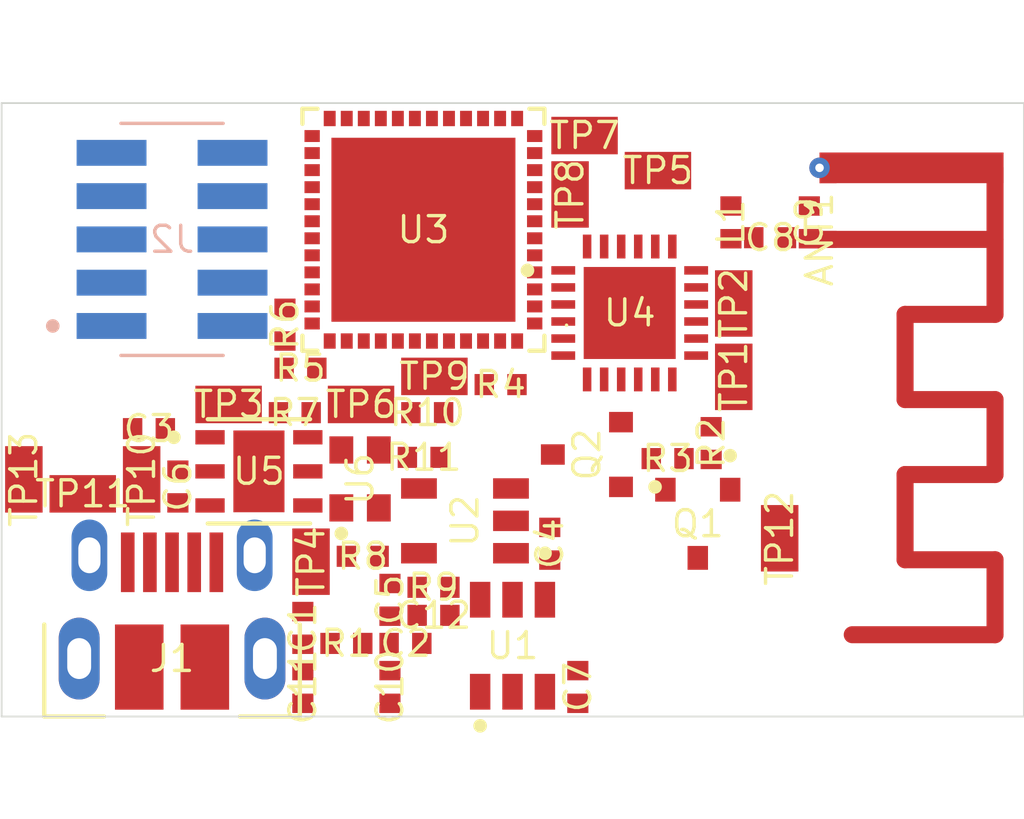
<source format=kicad_pcb>
(kicad_pcb (version 20171130) (host pcbnew 5.0.2)
  (general
    (links 0)
    (no_connects 0)
    (area 0 0 0 0)
    (thickness 1.6)
    (drawings 10)
    (tracks 0)
    (zones 0)
    (modules 0)
    (nets 36))
  (page A4)  (layers
    (0 F.Cu signal)
    (1 In1.Cu signal)
    (2 In2.Cu signal)
    (31 B.Cu signal)
    (32 B.Adhes user)
    (33 F.Adhes user)
    (34 B.Paste user)
    (35 F.Paste user)
    (36 B.SilkS user)
    (37 F.SilkS user)
    (38 B.Mask user)
    (39 F.Mask user)
    (40 Dwgs.User user)
    (41 Cmts.User user)
    (42 Eco1.User user)
    (43 Eco2.User user)
    (44 Edge.Cuts user)
    (45 Margin user)
    (46 B.CrtYd user)
    (47 F.CrtYd user)
    (48 B.Fab user)
    (49 F.Fab user))
  (setup
    (last_trace_width 0)
    (trace_clearance 0.2)
    (zone_clearance 0)
    (zone_45_only no)
    (trace_min 0.13)
    (segment_width 0.2)
    (edge_width 0.15)
    (via_size 0.5588)
    (via_drill 0.254)
    (via_min_size 0.5588)
    (via_min_drill 0.254)
    (uvia_size 0.01)
    (uvia_drill 0)
    (uvias_allowed no)
    (uvia_min_size 0)
    (uvia_min_drill 0)
    (pcb_text_width 0.3)
    (pcb_text_size 1.5 1.5)
    (mod_edge_width 0.15)
    (mod_text_size 1 1)
    (mod_text_width 0.15)
    (pad_size 1.524 1.524)
    (pad_drill 0.762)
    (pad_to_mask_clearance 0.051)
    (aux_axis_origin 0 0)
    (visible_elements FFFFFF7F)
    (pcbplotparams
      (layerselection 0x00030_80000001)
      (usegerberextensions false)
      (excludeedgelayer true)
      (linewidth 0.050000)
      (plotframeref false)
      (viasonmask false)
      (mode 1)
      (useauxorigin false)
      (hpglpennumber 1)
      (hpglpenspeed 20)
      (hpglpendiameter 15)
      (hpglpenoverlay 2)
      (psnegative false)
      (psa4output false)
      (plotreference true)
      (plotvalue true)
      (plotinvisibletext false)
      (padsonsilk false)
      (subtractmaskfromsilk false)
      (outputformat 1)
      (mirror false)
      (drillshape 1)
      (scaleselection 1)
      (outputdirectory ""))
  )
  (net 1 "D+")
  (net 2 "PC-TX")
  (net 3 "H-I2C_sda")
  (net 4 "PC-SET")
  (net 5 "VBUS")
  (net 6 "ESP-TX")
  (net 7 "D-")
  (net 8 "P5V0")
  (net 9 "P3V3")
  (net 10 "PC-RX")
  (net 11 "gnd")
  (net 12 "H-I2C_scl")
  (net 13 "ID")
  (net 14 "PC-RESET")
  (net 15 "ESP-RX")
  (net 16 "b")
  (net 17 "TXD_SCI")
  (net 18 "pwm1_timer")
  (net 19 "c")
  (net 20 "l_b")
  (net 21 "launch")
  (net 22 "pwm0_timer")
  (net 23 "RTS_ECI")
  (net 24 "RTS_SCI")
  (net 25 "g")
  (net 26 "LNA-IN")
  (net 27 "nRST")
  (net 28 "DTR_ECI")
  (net 29 "EN")
  (net 30 "RXD_SCI")
  (net 31 "r")
  (net 32 "proc_q1_b")
  (net 33 "DTR_SCI")
  (net 34 "pwm2_timer")
  (net 35 "rid_p1")
  (module ble-mote:dummy0 (layer F.Cu) (tedit 00000000)
    (at 160.2 97.9 0.0)
    (fp_poly (pts (xy -2.7 -0.45) (xy -2.7 0.45) (xy 2.7 0.45) (xy 2.7 -0.45)) (layer F.Cu) (width 0)))
  (module ble-mote:ant_2GHz4_inverted_f_geom (layer F.Cu) (tedit 00000000)
    (at 157.5 100.0 270.0)
    (pad launch smd rect
      (at 0.0 -0.25 270.0)
      (size 0.5 0.5)
      (net 21 "launch")
      (layers F.Cu F.Paste))
    (pad gnd smd rect
      (at -2.1 -0.25 270.0)
      (size 0.9 0.5)
      (net 11 "gnd")
      (layers F.Cu F.Paste))
    (fp_poly (pts (xy -0.4 0.15) (xy 0.4 0.15) (xy 0.4 -0.65) (xy -0.4 -0.65)) (layer F.Mask) (width 0))
    (fp_poly (pts (xy -2.7 0.15) (xy -1.5 0.15) (xy -1.5 -0.65) (xy -2.7 -0.65)) (layer F.Mask) (width 0))
    (fp_line (start -4.0 -0.5) (end 14.0 -0.5) (layer F.CrtYd) (width 0.05))
    (fp_line (start 14.0 -0.5) (end 14.0 -6.0) (layer F.CrtYd) (width 0.05))
    (fp_line (start 14.0 -6.0) (end -4.0 -6.0) (layer F.CrtYd) (width 0.05))
    (fp_line (start -4.0 -6.0) (end -4.0 -0.5) (layer F.CrtYd) (width 0.05))
    (fp_line (start -4.0 -0.5) (end 14.0 -0.5) (layer B.CrtYd) (width 0.05))
    (fp_line (start 14.0 -0.5) (end 14.0 -6.0) (layer B.CrtYd) (width 0.05))
    (fp_line (start 14.0 -6.0) (end -4.0 -6.0) (layer B.CrtYd) (width 0.05))
    (fp_line (start -4.0 -6.0) (end -4.0 -0.5) (layer B.CrtYd) (width 0.05))
    (fp_line (start 17.0 -6.0) (end -7.0 -6.0) (layer Cmts.User) (width 0.05))
    (fp_text reference "ANT1" (at 0.0 0.0 90.0) (layer F.SilkS)
      (effects (font (size 0.762 0.762) (thickness 0.10)) (justify ))))
  (module ble-mote:ipc_two_pin_landpattern (layer F.Cu) (tedit 00000000)
    (at 144.894600868225 113.133399963379 90.0)
    (pad 1 smd rect
      (at -0.48 0.0 90.0)
      (size 0.57 0.62)
      (net 11 "gnd")
      (layers F.Cu F.Paste))
    (pad 2 smd rect
      (at 0.48 0.0 90.0)
      (size 0.57 0.62)
      (net 9 "P3V3")
      (layers F.Cu F.Paste))
    (fp_poly (pts (xy -0.915 0.46) (xy -0.045 0.46) (xy -0.045 -0.46) (xy -0.915 -0.46)) (layer F.Mask) (width 0))
    (fp_poly (pts (xy 0.045 0.46) (xy 0.915 0.46) (xy 0.915 -0.46) (xy 0.045 -0.46)) (layer F.Mask) (width 0))
    (fp_line (start -0.765 0.31) (end 0.765 0.31) (layer F.CrtYd) (width 0.05))
    (fp_line (start 0.765 0.31) (end 0.765 -0.31) (layer F.CrtYd) (width 0.05))
    (fp_line (start 0.765 -0.31) (end -0.765 -0.31) (layer F.CrtYd) (width 0.05))
    (fp_line (start -0.765 -0.31) (end -0.765 0.31) (layer F.CrtYd) (width 0.05))
    (fp_text reference "C10" (at 0.0 0.0 90.0) (layer F.SilkS)
      (effects (font (size 0.762 0.762) (thickness 0.10)) (justify )))
    (fp_text reference "C10" (at 0.0 0.0 90.0) (layer F.SilkS)
      (effects (font (size 0.762 0.762) (thickness 0.10)) (justify ))))
  (module ble-mote:ipc_two_pin_landpattern (layer F.Cu) (tedit 00000000)
    (at 148.142200469971 104.260398983955 180.0)
    (pad 1 smd rect
      (at -0.48 0.0 180.0)
      (size 0.57 0.62)
      (net 27 "nRST")
      (layers F.Cu F.Paste))
    (pad 2 smd rect
      (at 0.48 0.0 180.0)
      (size 0.57 0.62)
      (net 9 "P3V3")
      (layers F.Cu F.Paste))
    (fp_poly (pts (xy -0.915 0.46) (xy -0.045 0.46) (xy -0.045 -0.46) (xy -0.915 -0.46)) (layer F.Mask) (width 0))
    (fp_poly (pts (xy 0.045 0.46) (xy 0.915 0.46) (xy 0.915 -0.46) (xy 0.045 -0.46)) (layer F.Mask) (width 0))
    (fp_line (start -0.765 0.31) (end 0.765 0.31) (layer F.CrtYd) (width 0.05))
    (fp_line (start 0.765 0.31) (end 0.765 -0.31) (layer F.CrtYd) (width 0.05))
    (fp_line (start 0.765 -0.31) (end -0.765 -0.31) (layer F.CrtYd) (width 0.05))
    (fp_line (start -0.765 -0.31) (end -0.765 0.31) (layer F.CrtYd) (width 0.05))
    (fp_text reference "R4" (at 0.0 0.0 0.0) (layer F.SilkS)
      (effects (font (size 0.762 0.762) (thickness 0.10)) (justify )))
    (fp_text reference "R4" (at 0.0 0.0 0.0) (layer F.SilkS)
      (effects (font (size 0.762 0.762) (thickness 0.10)) (justify ))))
  (module ble-mote:ipc_two_pin_landpattern (layer F.Cu) (tedit 00000000)
    (at 144.096400260925 109.298799514771 0.0)
    (pad 1 smd rect
      (at -0.48 0.0 0.0)
      (size 0.57 0.62)
      (net 12 "H-I2C_scl")
      (layers F.Cu F.Paste))
    (pad 2 smd rect
      (at 0.48 0.0 0.0)
      (size 0.57 0.62)
      (net 9 "P3V3")
      (layers F.Cu F.Paste))
    (fp_poly (pts (xy -0.915 0.46) (xy -0.045 0.46) (xy -0.045 -0.46) (xy -0.915 -0.46)) (layer F.Mask) (width 0))
    (fp_poly (pts (xy 0.045 0.46) (xy 0.915 0.46) (xy 0.915 -0.46) (xy 0.045 -0.46)) (layer F.Mask) (width 0))
    (fp_line (start -0.765 0.31) (end 0.765 0.31) (layer F.CrtYd) (width 0.05))
    (fp_line (start 0.765 0.31) (end 0.765 -0.31) (layer F.CrtYd) (width 0.05))
    (fp_line (start 0.765 -0.31) (end -0.765 -0.31) (layer F.CrtYd) (width 0.05))
    (fp_line (start -0.765 -0.31) (end -0.765 0.31) (layer F.CrtYd) (width 0.05))
    (fp_text reference "R8" (at 0.0 0.0 0.0) (layer F.SilkS)
      (effects (font (size 0.762 0.762) (thickness 0.10)) (justify )))
    (fp_text reference "R8" (at 0.0 0.0 0.0) (layer F.SilkS)
      (effects (font (size 0.762 0.762) (thickness 0.10)) (justify ))))
  (module ble-mote:ipc_two_pin_landpattern (layer F.Cu) (tedit 00000000)
    (at 142.268200397491 103.780399441719 180.0)
    (pad 1 smd rect
      (at -0.48 0.0 180.0)
      (size 0.57 0.62)
      (net 9 "P3V3")
      (layers F.Cu F.Paste))
    (pad 2 smd rect
      (at 0.48 0.0 180.0)
      (size 0.57 0.62)
      (net 4 "PC-SET")
      (layers F.Cu F.Paste))
    (fp_poly (pts (xy -0.915 0.46) (xy -0.045 0.46) (xy -0.045 -0.46) (xy -0.915 -0.46)) (layer F.Mask) (width 0))
    (fp_poly (pts (xy 0.045 0.46) (xy 0.915 0.46) (xy 0.915 -0.46) (xy 0.045 -0.46)) (layer F.Mask) (width 0))
    (fp_line (start -0.765 0.31) (end 0.765 0.31) (layer F.CrtYd) (width 0.05))
    (fp_line (start 0.765 0.31) (end 0.765 -0.31) (layer F.CrtYd) (width 0.05))
    (fp_line (start 0.765 -0.31) (end -0.765 -0.31) (layer F.CrtYd) (width 0.05))
    (fp_line (start -0.765 -0.31) (end -0.765 0.31) (layer F.CrtYd) (width 0.05))
    (fp_text reference "R5" (at 0.0 0.0 0.0) (layer F.SilkS)
      (effects (font (size 0.762 0.762) (thickness 0.10)) (justify )))
    (fp_text reference "R5" (at 0.0 0.0 0.0) (layer F.SilkS)
      (effects (font (size 0.762 0.762) (thickness 0.10)) (justify ))))
  (module ble-mote:ipc_two_pin_landpattern (layer F.Cu) (tedit 00000000)
    (at 146.172801017761 110.20879983902 180.0)
    (pad 1 smd rect
      (at -0.48 0.0 180.0)
      (size 0.57 0.62)
      (net 22 "pwm0_timer")
      (layers F.Cu F.Paste))
    (pad 2 smd rect
      (at 0.48 0.0 180.0)
      (size 0.57 0.62)
      (net 31 "r")
      (layers F.Cu F.Paste))
    (fp_poly (pts (xy -0.915 0.46) (xy -0.045 0.46) (xy -0.045 -0.46) (xy -0.915 -0.46)) (layer F.Mask) (width 0))
    (fp_poly (pts (xy 0.045 0.46) (xy 0.915 0.46) (xy 0.915 -0.46) (xy 0.045 -0.46)) (layer F.Mask) (width 0))
    (fp_line (start -0.765 0.31) (end 0.765 0.31) (layer F.CrtYd) (width 0.05))
    (fp_line (start 0.765 0.31) (end 0.765 -0.31) (layer F.CrtYd) (width 0.05))
    (fp_line (start 0.765 -0.31) (end -0.765 -0.31) (layer F.CrtYd) (width 0.05))
    (fp_line (start -0.765 -0.31) (end -0.765 0.31) (layer F.CrtYd) (width 0.05))
    (fp_text reference "R9" (at 0.0 0.0 0.0) (layer F.SilkS)
      (effects (font (size 0.762 0.762) (thickness 0.10)) (justify )))
    (fp_text reference "R9" (at 0.0 0.0 0.0) (layer F.SilkS)
      (effects (font (size 0.762 0.762) (thickness 0.10)) (justify ))))
  (module ble-mote:ipc_two_pin_landpattern (layer F.Cu) (tedit 00000000)
    (at 145.885799407959 106.395599484444 180.0)
    (pad 1 smd rect
      (at -0.48 0.0 180.0)
      (size 0.57 0.62)
      (net 34 "pwm2_timer")
      (layers F.Cu F.Paste))
    (pad 2 smd rect
      (at 0.48 0.0 180.0)
      (size 0.57 0.62)
      (net 20 "l_b")
      (layers F.Cu F.Paste))
    (fp_poly (pts (xy -0.915 0.46) (xy -0.045 0.46) (xy -0.045 -0.46) (xy -0.915 -0.46)) (layer F.Mask) (width 0))
    (fp_poly (pts (xy 0.045 0.46) (xy 0.915 0.46) (xy 0.915 -0.46) (xy 0.045 -0.46)) (layer F.Mask) (width 0))
    (fp_line (start -0.765 0.31) (end 0.765 0.31) (layer F.CrtYd) (width 0.05))
    (fp_line (start 0.765 0.31) (end 0.765 -0.31) (layer F.CrtYd) (width 0.05))
    (fp_line (start 0.765 -0.31) (end -0.765 -0.31) (layer F.CrtYd) (width 0.05))
    (fp_line (start -0.765 -0.31) (end -0.765 0.31) (layer F.CrtYd) (width 0.05))
    (fp_text reference "R11" (at 0.0 0.0 0.0) (layer F.SilkS)
      (effects (font (size 0.762 0.762) (thickness 0.10)) (justify )))
    (fp_text reference "R11" (at 0.0 0.0 0.0) (layer F.SilkS)
      (effects (font (size 0.762 0.762) (thickness 0.10)) (justify ))))
  (module ble-mote:rc_landpattern (layer F.Cu) (tedit 00000000)
    (at 142.578200340271 109.456999778748 90.0)
    (pad p smd rect
      (at 0.0 0.0 90.0)
      (size 1.95 1.1)
      (net 12 "H-I2C_scl")
      (layers F.Cu F.Paste))
    (fp_poly (pts (xy -1.125 0.7) (xy 1.125 0.7) (xy 1.125 -0.7) (xy -1.125 -0.7)) (layer F.Mask) (width 0))
    (fp_line (start -0.975 0.55) (end 0.975 0.55) (layer F.CrtYd) (width 0.05))
    (fp_line (start 0.975 0.55) (end 0.975 -0.55) (layer F.CrtYd) (width 0.05))
    (fp_line (start 0.975 -0.55) (end -0.975 -0.55) (layer F.CrtYd) (width 0.05))
    (fp_line (start -0.975 -0.55) (end -0.975 0.55) (layer F.CrtYd) (width 0.05))
    (fp_text reference "TP4" (at 0.0 0.0 90.0) (layer F.SilkS)
      (effects (font (size 0.762 0.762) (thickness 0.10)) (justify ))))
  (module ble-mote:rc_landpattern (layer F.Cu) (tedit 00000000)
    (at 150.179600000381 98.6810007095337 90.0)
    (pad p smd rect
      (at 0.0 0.0 90.0)
      (size 1.95 1.1)
      (net 10 "PC-RX")
      (layers F.Cu F.Paste))
    (fp_poly (pts (xy -1.125 0.7) (xy 1.125 0.7) (xy 1.125 -0.7) (xy -1.125 -0.7)) (layer F.Mask) (width 0))
    (fp_line (start -0.975 0.55) (end 0.975 0.55) (layer F.CrtYd) (width 0.05))
    (fp_line (start 0.975 0.55) (end 0.975 -0.55) (layer F.CrtYd) (width 0.05))
    (fp_line (start 0.975 -0.55) (end -0.975 -0.55) (layer F.CrtYd) (width 0.05))
    (fp_line (start -0.975 -0.55) (end -0.975 0.55) (layer F.CrtYd) (width 0.05))
    (fp_text reference "TP8" (at 0.0 0.0 90.0) (layer F.SilkS)
      (effects (font (size 0.762 0.762) (thickness 0.10)) (justify ))))
  (module ble-mote:rc_landpattern (layer F.Cu) (tedit 00000000)
    (at 156.330400466919 108.770199775696 270.0)
    (pad p smd rect
      (at 0.0 0.0 270.0)
      (size 1.95 1.1)
      (net 11 "gnd")
      (layers F.Cu F.Paste))
    (fp_poly (pts (xy -1.125 0.7) (xy 1.125 0.7) (xy 1.125 -0.7) (xy -1.125 -0.7)) (layer F.Mask) (width 0))
    (fp_line (start -0.975 0.55) (end 0.975 0.55) (layer F.CrtYd) (width 0.05))
    (fp_line (start 0.975 0.55) (end 0.975 -0.55) (layer F.CrtYd) (width 0.05))
    (fp_line (start 0.975 -0.55) (end -0.975 -0.55) (layer F.CrtYd) (width 0.05))
    (fp_line (start -0.975 -0.55) (end -0.975 0.55) (layer F.CrtYd) (width 0.05))
    (fp_text reference "TP12" (at 0.0 0.0 90.0) (layer F.SilkS)
      (effects (font (size 0.762 0.762) (thickness 0.10)) (justify ))))
  (module ble-mote:ipc_two_pin_landpattern (layer F.Cu) (tedit 00000000)
    (at 143.616400718689 111.855199813843 0.0)
    (pad 1 smd rect
      (at -0.48 0.0 0.0)
      (size 0.57 0.62)
      (net 35 "rid_p1")
      (layers F.Cu F.Paste))
    (pad 2 smd rect
      (at 0.48 0.0 0.0)
      (size 0.57 0.62)
      (net 11 "gnd")
      (layers F.Cu F.Paste))
    (fp_poly (pts (xy -0.915 0.46) (xy -0.045 0.46) (xy -0.045 -0.46) (xy -0.915 -0.46)) (layer F.Mask) (width 0))
    (fp_poly (pts (xy 0.045 0.46) (xy 0.915 0.46) (xy 0.915 -0.46) (xy 0.045 -0.46)) (layer F.Mask) (width 0))
    (fp_line (start -0.765 0.31) (end 0.765 0.31) (layer F.CrtYd) (width 0.05))
    (fp_line (start 0.765 0.31) (end 0.765 -0.31) (layer F.CrtYd) (width 0.05))
    (fp_line (start 0.765 -0.31) (end -0.765 -0.31) (layer F.CrtYd) (width 0.05))
    (fp_line (start -0.765 -0.31) (end -0.765 0.31) (layer F.CrtYd) (width 0.05))
    (fp_text reference "R1" (at 0.0 0.0 0.0) (layer F.SilkS)
      (effects (font (size 0.762 0.762) (thickness 0.10)) (justify )))
    (fp_text reference "R1" (at 0.0 0.0 0.0) (layer F.SilkS)
      (effects (font (size 0.762 0.762) (thickness 0.10)) (justify ))))
  (module ble-mote:ipc_two_pin_landpattern (layer F.Cu) (tedit 00000000)
    (at 145.349600791931 111.855199813843 180.0)
    (pad 1 smd rect
      (at -0.48 0.0 180.0)
      (size 0.57 0.62)
      (net 5 "VBUS")
      (layers F.Cu F.Paste))
    (pad 2 smd rect
      (at 0.48 0.0 180.0)
      (size 0.57 0.62)
      (net 11 "gnd")
      (layers F.Cu F.Paste))
    (fp_poly (pts (xy -0.915 0.46) (xy -0.045 0.46) (xy -0.045 -0.46) (xy -0.915 -0.46)) (layer F.Mask) (width 0))
    (fp_poly (pts (xy 0.045 0.46) (xy 0.915 0.46) (xy 0.915 -0.46) (xy 0.045 -0.46)) (layer F.Mask) (width 0))
    (fp_line (start -0.765 0.31) (end 0.765 0.31) (layer F.CrtYd) (width 0.05))
    (fp_line (start 0.765 0.31) (end 0.765 -0.31) (layer F.CrtYd) (width 0.05))
    (fp_line (start 0.765 -0.31) (end -0.765 -0.31) (layer F.CrtYd) (width 0.05))
    (fp_line (start -0.765 -0.31) (end -0.765 0.31) (layer F.CrtYd) (width 0.05))
    (fp_text reference "C2" (at 0.0 0.0 0.0) (layer F.SilkS)
      (effects (font (size 0.762 0.762) (thickness 0.10)) (justify )))
    (fp_text reference "C2" (at 0.0 0.0 0.0) (layer F.SilkS)
      (effects (font (size 0.762 0.762) (thickness 0.10)) (justify ))))
  (module ble-mote:ipc_two_pin_landpattern (layer F.Cu) (tedit 00000000)
    (at 149.58399951458 108.930600166321 270.0)
    (pad 1 smd rect
      (at -0.48 0.0 270.0)
      (size 0.57 0.62)
      (net 11 "gnd")
      (layers F.Cu F.Paste))
    (pad 2 smd rect
      (at 0.48 0.0 270.0)
      (size 0.57 0.62)
      (net 8 "P5V0")
      (layers F.Cu F.Paste))
    (fp_poly (pts (xy -0.915 0.46) (xy -0.045 0.46) (xy -0.045 -0.46) (xy -0.915 -0.46)) (layer F.Mask) (width 0))
    (fp_poly (pts (xy 0.045 0.46) (xy 0.915 0.46) (xy 0.915 -0.46) (xy 0.045 -0.46)) (layer F.Mask) (width 0))
    (fp_line (start -0.765 0.31) (end 0.765 0.31) (layer F.CrtYd) (width 0.05))
    (fp_line (start 0.765 0.31) (end 0.765 -0.31) (layer F.CrtYd) (width 0.05))
    (fp_line (start 0.765 -0.31) (end -0.765 -0.31) (layer F.CrtYd) (width 0.05))
    (fp_line (start -0.765 -0.31) (end -0.765 0.31) (layer F.CrtYd) (width 0.05))
    (fp_text reference "C4" (at 0.0 0.0 90.0) (layer F.SilkS)
      (effects (font (size 0.762 0.762) (thickness 0.10)) (justify )))
    (fp_text reference "C4" (at 0.0 0.0 90.0) (layer F.SilkS)
      (effects (font (size 0.762 0.762) (thickness 0.10)) (justify ))))
  (module ble-mote:ipc_two_pin_landpattern (layer F.Cu) (tedit 00000000)
    (at 138.671199798584 107.251799583435 270.0)
    (pad 1 smd rect
      (at -0.48 0.0 270.0)
      (size 0.57 0.62)
      (net 11 "gnd")
      (layers F.Cu F.Paste))
    (pad 2 smd rect
      (at 0.48 0.0 270.0)
      (size 0.57 0.62)
      (net 9 "P3V3")
      (layers F.Cu F.Paste))
    (fp_poly (pts (xy -0.915 0.46) (xy -0.045 0.46) (xy -0.045 -0.46) (xy -0.915 -0.46)) (layer F.Mask) (width 0))
    (fp_poly (pts (xy 0.045 0.46) (xy 0.915 0.46) (xy 0.915 -0.46) (xy 0.045 -0.46)) (layer F.Mask) (width 0))
    (fp_line (start -0.765 0.31) (end 0.765 0.31) (layer F.CrtYd) (width 0.05))
    (fp_line (start 0.765 0.31) (end 0.765 -0.31) (layer F.CrtYd) (width 0.05))
    (fp_line (start 0.765 -0.31) (end -0.765 -0.31) (layer F.CrtYd) (width 0.05))
    (fp_line (start -0.765 -0.31) (end -0.765 0.31) (layer F.CrtYd) (width 0.05))
    (fp_text reference "C6" (at 0.0 0.0 90.0) (layer F.SilkS)
      (effects (font (size 0.762 0.762) (thickness 0.10)) (justify )))
    (fp_text reference "C6" (at 0.0 0.0 90.0) (layer F.SilkS)
      (effects (font (size 0.762 0.762) (thickness 0.10)) (justify ))))
  (module ble-mote:SOT95P280X100_3N (layer F.Cu) (tedit 00000000)
    (at 153.927199840546 108.345200061798 180.0)
    (pad 1 smd rect
      (at -0.95 1.0 180.0)
      (size 0.6 0.7)
      (net 16 "b")
      (layers F.Cu F.Paste))
    (pad 2 smd rect
      (at 0.95 1.0 180.0)
      (size 0.6 0.7)
      (net 23 "RTS_ECI")
      (layers F.Cu F.Paste))
    (pad 3 smd rect
      (at 0.0 -1.0 180.0)
      (size 0.6 0.7)
      (net 29 "EN")
      (layers F.Cu F.Paste))
    (fp_poly (pts (xy -1.4 1.5) (xy -0.5 1.5) (xy -0.5 0.5) (xy -1.4 0.5)) (layer F.Mask) (width 0))
    (fp_poly (pts (xy 0.5 1.5) (xy 1.4 1.5) (xy 1.4 0.5) (xy 0.5 0.5)) (layer F.Mask) (width 0))
    (fp_poly (pts (xy -0.45 -0.5) (xy 0.45 -0.5) (xy 0.45 -1.5) (xy -0.45 -1.5)) (layer F.Mask) (width 0))
    (fp_line (start -1.65 1.4) (end 1.65 1.4) (layer F.CrtYd) (width 0.05))
    (fp_line (start 1.65 1.4) (end 1.65 -1.4) (layer F.CrtYd) (width 0.05))
    (fp_line (start 1.65 -1.4) (end -1.65 -1.4) (layer F.CrtYd) (width 0.05))
    (fp_line (start -1.65 -1.4) (end -1.65 1.4) (layer F.CrtYd) (width 0.05))
    (fp_poly (pts (xy -0.75 2.0) (xy -0.753842943919354 1.96098193559677) (xy -0.765224093497743 1.92346331352698) (xy -0.783706077539491 1.88888595339608) (xy -0.80857864376269 1.85857864376269) (xy -0.83888595339608 1.83370607753949) (xy -0.873463313526982 1.81522409349774) (xy -0.910981935596774 1.80384294391935) (xy -0.95 1.8) (xy -0.989018064403226 1.80384294391935) (xy -1.02653668647302 1.81522409349774) (xy -1.06111404660392 1.83370607753949) (xy -1.09142135623731 1.85857864376269) (xy -1.11629392246051 1.88888595339608) (xy -1.13477590650226 1.92346331352698) (xy -1.14615705608065 1.96098193559677) (xy -1.15 2.0) (xy -1.14615705608065 2.03901806440323) (xy -1.13477590650226 2.07653668647302) (xy -1.11629392246051 2.11111404660392) (xy -1.09142135623731 2.14142135623731) (xy -1.06111404660392 2.16629392246051) (xy -1.02653668647302 2.18477590650226) (xy -0.989018064403226 2.19615705608065) (xy -0.95 2.2) (xy -0.910981935596774 2.19615705608065) (xy -0.873463313526982 2.18477590650226) (xy -0.83888595339608 2.16629392246051) (xy -0.808578643762691 2.14142135623731) (xy -0.783706077539491 2.11111404660392) (xy -0.765224093497743 2.07653668647302) (xy -0.753842943919354 2.03901806440323)) (layer F.SilkS) (width 0))
    (fp_text reference "Q1" (at 0.0 0.0 0.0) (layer F.SilkS)
      (effects (font (size 0.762 0.762) (thickness 0.10)) (justify ))))
  (module ble-mote:SOT95P280X100_3N (layer F.Cu) (tedit 00000000)
    (at 150.67399930954 106.312400221825 90.0)
    (pad 1 smd rect
      (at -0.95 1.0 90.0)
      (size 0.6 0.7)
      (net 32 "proc_q1_b")
      (layers F.Cu F.Paste))
    (pad 2 smd rect
      (at 0.95 1.0 90.0)
      (size 0.6 0.7)
      (net 28 "DTR_ECI")
      (layers F.Cu F.Paste))
    (pad 3 smd rect
      (at 0.0 -1.0 90.0)
      (size 0.6 0.7)
      (net 19 "c")
      (layers F.Cu F.Paste))
    (fp_poly (pts (xy -1.4 1.5) (xy -0.5 1.5) (xy -0.5 0.5) (xy -1.4 0.5)) (layer F.Mask) (width 0))
    (fp_poly (pts (xy 0.5 1.5) (xy 1.4 1.5) (xy 1.4 0.5) (xy 0.5 0.5)) (layer F.Mask) (width 0))
    (fp_poly (pts (xy -0.45 -0.5) (xy 0.45 -0.5) (xy 0.45 -1.5) (xy -0.45 -1.5)) (layer F.Mask) (width 0))
    (fp_line (start -1.65 1.4) (end 1.65 1.4) (layer F.CrtYd) (width 0.05))
    (fp_line (start 1.65 1.4) (end 1.65 -1.4) (layer F.CrtYd) (width 0.05))
    (fp_line (start 1.65 -1.4) (end -1.65 -1.4) (layer F.CrtYd) (width 0.05))
    (fp_line (start -1.65 -1.4) (end -1.65 1.4) (layer F.CrtYd) (width 0.05))
    (fp_poly (pts (xy -0.75 2.0) (xy -0.753842943919354 1.96098193559677) (xy -0.765224093497743 1.92346331352698) (xy -0.783706077539491 1.88888595339608) (xy -0.80857864376269 1.85857864376269) (xy -0.83888595339608 1.83370607753949) (xy -0.873463313526982 1.81522409349774) (xy -0.910981935596774 1.80384294391935) (xy -0.95 1.8) (xy -0.989018064403226 1.80384294391935) (xy -1.02653668647302 1.81522409349774) (xy -1.06111404660392 1.83370607753949) (xy -1.09142135623731 1.85857864376269) (xy -1.11629392246051 1.88888595339608) (xy -1.13477590650226 1.92346331352698) (xy -1.14615705608065 1.96098193559677) (xy -1.15 2.0) (xy -1.14615705608065 2.03901806440323) (xy -1.13477590650226 2.07653668647302) (xy -1.11629392246051 2.11111404660392) (xy -1.09142135623731 2.14142135623731) (xy -1.06111404660392 2.16629392246051) (xy -1.02653668647302 2.18477590650226) (xy -0.989018064403226 2.19615705608065) (xy -0.95 2.2) (xy -0.910981935596774 2.19615705608065) (xy -0.873463313526982 2.18477590650226) (xy -0.83888595339608 2.16629392246051) (xy -0.808578643762691 2.14142135623731) (xy -0.783706077539491 2.11111404660392) (xy -0.765224093497743 2.07653668647302) (xy -0.753842943919354 2.03901806440323)) (layer F.SilkS) (width 0))
    (fp_text reference "Q2" (at 0.0 0.0 90.0) (layer F.SilkS)
      (effects (font (size 0.762 0.762) (thickness 0.10)) (justify ))))
  (module ble-mote:ipc_two_pin_landpattern (layer F.Cu) (tedit 00000000)
    (at 154.320400238037 105.977000236511 270.0)
    (pad 1 smd rect
      (at -0.48 0.0 270.0)
      (size 0.57 0.62)
      (net 28 "DTR_ECI")
      (layers F.Cu F.Paste))
    (pad 2 smd rect
      (at 0.48 0.0 270.0)
      (size 0.57 0.62)
      (net 16 "b")
      (layers F.Cu F.Paste))
    (fp_poly (pts (xy -0.915 0.46) (xy -0.045 0.46) (xy -0.045 -0.46) (xy -0.915 -0.46)) (layer F.Mask) (width 0))
    (fp_poly (pts (xy 0.045 0.46) (xy 0.915 0.46) (xy 0.915 -0.46) (xy 0.045 -0.46)) (layer F.Mask) (width 0))
    (fp_line (start -0.765 0.31) (end 0.765 0.31) (layer F.CrtYd) (width 0.05))
    (fp_line (start 0.765 0.31) (end 0.765 -0.31) (layer F.CrtYd) (width 0.05))
    (fp_line (start 0.765 -0.31) (end -0.765 -0.31) (layer F.CrtYd) (width 0.05))
    (fp_line (start -0.765 -0.31) (end -0.765 0.31) (layer F.CrtYd) (width 0.05))
    (fp_text reference "R2" (at 0.0 0.0 90.0) (layer F.SilkS)
      (effects (font (size 0.762 0.762) (thickness 0.10)) (justify )))
    (fp_text reference "R2" (at 0.0 0.0 90.0) (layer F.SilkS)
      (effects (font (size 0.762 0.762) (thickness 0.10)) (justify ))))
  (module ble-mote:ipc_two_pin_landpattern (layer F.Cu) (tedit 00000000)
    (at 156.05 99.95 0.0)
    (pad 1 smd rect
      (at -0.48 0.0 0.0)
      (size 0.57 0.62)
      (net 26 "LNA-IN")
      (layers F.Cu F.Paste))
    (pad 2 smd rect
      (at 0.48 0.0 0.0)
      (size 0.57 0.62)
      (net 21 "launch")
      (layers F.Cu F.Paste))
    (fp_poly (pts (xy -0.915 0.46) (xy -0.045 0.46) (xy -0.045 -0.46) (xy -0.915 -0.46)) (layer F.Mask) (width 0))
    (fp_poly (pts (xy 0.045 0.46) (xy 0.915 0.46) (xy 0.915 -0.46) (xy 0.045 -0.46)) (layer F.Mask) (width 0))
    (fp_line (start -0.765 0.31) (end 0.765 0.31) (layer F.CrtYd) (width 0.05))
    (fp_line (start 0.765 0.31) (end 0.765 -0.31) (layer F.CrtYd) (width 0.05))
    (fp_line (start 0.765 -0.31) (end -0.765 -0.31) (layer F.CrtYd) (width 0.05))
    (fp_line (start -0.765 -0.31) (end -0.765 0.31) (layer F.CrtYd) (width 0.05))
    (fp_text reference "C8" (at 0.0 0.0 0.0) (layer F.SilkS)
      (effects (font (size 0.762 0.762) (thickness 0.10)) (justify )))
    (fp_text reference "C8" (at 0.0 0.0 0.0) (layer F.SilkS)
      (effects (font (size 0.762 0.762) (thickness 0.10)) (justify ))))
  (module ble-mote:ipc_two_pin_landpattern (layer F.Cu) (tedit 00000000)
    (at 157.2 99.5 270.0)
    (pad 1 smd rect
      (at -0.48 0.0 270.0)
      (size 0.57 0.62)
      (net 11 "gnd")
      (layers F.Cu F.Paste))
    (pad 2 smd rect
      (at 0.48 0.0 270.0)
      (size 0.57 0.62)
      (net 21 "launch")
      (layers F.Cu F.Paste))
    (fp_poly (pts (xy -0.915 0.46) (xy -0.045 0.46) (xy -0.045 -0.46) (xy -0.915 -0.46)) (layer F.Mask) (width 0))
    (fp_poly (pts (xy 0.045 0.46) (xy 0.915 0.46) (xy 0.915 -0.46) (xy 0.045 -0.46)) (layer F.Mask) (width 0))
    (fp_line (start -0.765 0.31) (end 0.765 0.31) (layer F.CrtYd) (width 0.05))
    (fp_line (start 0.765 0.31) (end 0.765 -0.31) (layer F.CrtYd) (width 0.05))
    (fp_line (start 0.765 -0.31) (end -0.765 -0.31) (layer F.CrtYd) (width 0.05))
    (fp_line (start -0.765 -0.31) (end -0.765 0.31) (layer F.CrtYd) (width 0.05))
    (fp_text reference "C9" (at 0.0 0.0 90.0) (layer F.SilkS)
      (effects (font (size 0.762 0.762) (thickness 0.10)) (justify )))
    (fp_text reference "C9" (at 0.0 0.0 90.0) (layer F.SilkS)
      (effects (font (size 0.762 0.762) (thickness 0.10)) (justify ))))
  (module ble-mote:ipc_two_pin_landpattern (layer F.Cu) (tedit 00000000)
    (at 154.9 99.5 270.0)
    (pad 1 smd rect
      (at -0.48 0.0 270.0)
      (size 0.57 0.62)
      (net 11 "gnd")
      (layers F.Cu F.Paste))
    (pad 2 smd rect
      (at 0.48 0.0 270.0)
      (size 0.57 0.62)
      (net 26 "LNA-IN")
      (layers F.Cu F.Paste))
    (fp_poly (pts (xy -0.915 0.46) (xy -0.045 0.46) (xy -0.045 -0.46) (xy -0.915 -0.46)) (layer F.Mask) (width 0))
    (fp_poly (pts (xy 0.045 0.46) (xy 0.915 0.46) (xy 0.915 -0.46) (xy 0.045 -0.46)) (layer F.Mask) (width 0))
    (fp_line (start -0.765 0.31) (end 0.765 0.31) (layer F.CrtYd) (width 0.05))
    (fp_line (start 0.765 0.31) (end 0.765 -0.31) (layer F.CrtYd) (width 0.05))
    (fp_line (start 0.765 -0.31) (end -0.765 -0.31) (layer F.CrtYd) (width 0.05))
    (fp_line (start -0.765 -0.31) (end -0.765 0.31) (layer F.CrtYd) (width 0.05))
    (fp_text reference "L1" (at 0.0 0.0 90.0) (layer F.SilkS)
      (effects (font (size 0.762 0.762) (thickness 0.10)) (justify )))
    (fp_text reference "L1" (at 0.0 0.0 90.0) (layer F.SilkS)
      (effects (font (size 0.762 0.762) (thickness 0.10)) (justify ))))
  (module ble-mote:rgb_2020 (layer F.Cu) (tedit 00000000)
    (at 144.017600059509 107.028799772263 90.0)
    (pad 1 smd rect
      (at -0.85 -0.55 90.0)
      (size 0.8 0.7)
      (net 31 "r")
      (layers F.Cu F.Paste))
    (pad 2 smd rect
      (at 0.85 -0.55 90.0)
      (size 0.8 0.7)
      (net 20 "l_b")
      (layers F.Cu F.Paste))
    (pad 3 smd rect
      (at -0.85 0.55 90.0)
      (size 0.8 0.7)
      (net 9 "P3V3")
      (layers F.Cu F.Paste))
    (pad 4 smd rect
      (at 0.85 0.55 90.0)
      (size 0.8 0.7)
      (net 25 "g")
      (layers F.Cu F.Paste))
    (fp_poly (pts (xy -1.4 -0.05) (xy -0.3 -0.05) (xy -0.3 -1.05) (xy -1.4 -1.05)) (layer F.Mask) (width 0))
    (fp_poly (pts (xy 0.3 -0.05) (xy 1.4 -0.05) (xy 1.4 -1.05) (xy 0.3 -1.05)) (layer F.Mask) (width 0))
    (fp_poly (pts (xy -1.4 1.05) (xy -0.3 1.05) (xy -0.3 0.05) (xy -1.4 0.05)) (layer F.Mask) (width 0))
    (fp_poly (pts (xy 0.3 1.05) (xy 1.4 1.05) (xy 1.4 0.05) (xy 0.3 0.05)) (layer F.Mask) (width 0))
    (fp_line (start -1.25 0.9) (end 1.25 0.9) (layer F.CrtYd) (width 0.05))
    (fp_line (start 1.25 0.9) (end 1.25 -0.9) (layer F.CrtYd) (width 0.05))
    (fp_line (start 1.25 -0.9) (end -1.25 -0.9) (layer F.CrtYd) (width 0.05))
    (fp_line (start -1.25 -0.9) (end -1.25 0.9) (layer F.CrtYd) (width 0.05))
    (fp_poly (pts (xy -1.4 -0.55) (xy -1.40384294391935 -0.589018064403226) (xy -1.41522409349774 -0.626536686473018) (xy -1.43370607753949 -0.66111404660392) (xy -1.45857864376269 -0.691421356237309) (xy -1.48888595339608 -0.716293922460509) (xy -1.52346331352698 -0.734775906502257) (xy -1.56098193559677 -0.746157056080646) (xy -1.6 -0.75) (xy -1.63901806440323 -0.746157056080646) (xy -1.67653668647302 -0.734775906502257) (xy -1.71111404660392 -0.716293922460509) (xy -1.74142135623731 -0.69142135623731) (xy -1.76629392246051 -0.66111404660392) (xy -1.78477590650226 -0.626536686473018) (xy -1.79615705608065 -0.589018064403226) (xy -1.8 -0.55) (xy -1.79615705608065 -0.510981935596774) (xy -1.78477590650226 -0.473463313526982) (xy -1.76629392246051 -0.43888595339608) (xy -1.74142135623731 -0.408578643762691) (xy -1.71111404660392 -0.383706077539491) (xy -1.67653668647302 -0.365224093497743) (xy -1.63901806440323 -0.353842943919354) (xy -1.6 -0.35) (xy -1.56098193559677 -0.353842943919354) (xy -1.52346331352698 -0.365224093497743) (xy -1.48888595339608 -0.383706077539491) (xy -1.45857864376269 -0.40857864376269) (xy -1.43370607753949 -0.43888595339608) (xy -1.41522409349774 -0.473463313526982) (xy -1.40384294391935 -0.510981935596774)) (layer F.SilkS) (width 0))
    (fp_text reference "U6" (at 0.0 0.0 90.0) (layer F.SilkS)
      (effects (font (size 0.762 0.762) (thickness 0.10)) (justify ))))
  (module ble-mote:rc_landpattern (layer F.Cu) (tedit 00000000)
    (at 154.982799530029 104.033800244331 90.0)
    (pad p smd rect
      (at 0.0 0.0 90.0)
      (size 1.95 1.1)
      (net 6 "ESP-TX")
      (layers F.Cu F.Paste))
    (fp_poly (pts (xy -1.125 0.7) (xy 1.125 0.7) (xy 1.125 -0.7) (xy -1.125 -0.7)) (layer F.Mask) (width 0))
    (fp_line (start -0.975 0.55) (end 0.975 0.55) (layer F.CrtYd) (width 0.05))
    (fp_line (start 0.975 0.55) (end 0.975 -0.55) (layer F.CrtYd) (width 0.05))
    (fp_line (start 0.975 -0.55) (end -0.975 -0.55) (layer F.CrtYd) (width 0.05))
    (fp_line (start -0.975 -0.55) (end -0.975 0.55) (layer F.CrtYd) (width 0.05))
    (fp_text reference "TP1" (at 0.0 0.0 90.0) (layer F.SilkS)
      (effects (font (size 0.762 0.762) (thickness 0.10)) (justify ))))
  (module ble-mote:rc_landpattern (layer F.Cu) (tedit 00000000)
    (at 152.757800102234 97.9818000793457 180.0)
    (pad p smd rect
      (at 0.0 0.0 180.0)
      (size 1.95 1.1)
      (net 29 "EN")
      (layers F.Cu F.Paste))
    (fp_poly (pts (xy -1.125 0.7) (xy 1.125 0.7) (xy 1.125 -0.7) (xy -1.125 -0.7)) (layer F.Mask) (width 0))
    (fp_line (start -0.975 0.55) (end 0.975 0.55) (layer F.CrtYd) (width 0.05))
    (fp_line (start 0.975 0.55) (end 0.975 -0.55) (layer F.CrtYd) (width 0.05))
    (fp_line (start 0.975 -0.55) (end -0.975 -0.55) (layer F.CrtYd) (width 0.05))
    (fp_line (start -0.975 -0.55) (end -0.975 0.55) (layer F.CrtYd) (width 0.05))
    (fp_text reference "TP5" (at 0.0 0.0 0.0) (layer F.SilkS)
      (effects (font (size 0.762 0.762) (thickness 0.10)) (justify ))))
  (module ble-mote:rc_landpattern (layer F.Cu) (tedit 00000000)
    (at 146.199000358582 104.020398914814 0.0)
    (pad p smd rect
      (at 0.0 0.0 0.0)
      (size 1.95 1.1)
      (net 8 "P5V0")
      (layers F.Cu F.Paste))
    (fp_poly (pts (xy -1.125 0.7) (xy 1.125 0.7) (xy 1.125 -0.7) (xy -1.125 -0.7)) (layer F.Mask) (width 0))
    (fp_line (start -0.975 0.55) (end 0.975 0.55) (layer F.CrtYd) (width 0.05))
    (fp_line (start 0.975 0.55) (end 0.975 -0.55) (layer F.CrtYd) (width 0.05))
    (fp_line (start 0.975 -0.55) (end -0.975 -0.55) (layer F.CrtYd) (width 0.05))
    (fp_line (start -0.975 -0.55) (end -0.975 0.55) (layer F.CrtYd) (width 0.05))
    (fp_text reference "TP9" (at 0.0 0.0 0.0) (layer F.SilkS)
      (effects (font (size 0.762 0.762) (thickness 0.10)) (justify ))))
  (module ble-mote:rc_landpattern (layer F.Cu) (tedit 00000000)
    (at 134.151599884033 107.041799545288 270.0)
    (pad p smd rect
      (at 0.0 0.0 270.0)
      (size 1.95 1.1)
      (net 11 "gnd")
      (layers F.Cu F.Paste))
    (fp_poly (pts (xy -1.125 0.7) (xy 1.125 0.7) (xy 1.125 -0.7) (xy -1.125 -0.7)) (layer F.Mask) (width 0))
    (fp_line (start -0.975 0.55) (end 0.975 0.55) (layer F.CrtYd) (width 0.05))
    (fp_line (start 0.975 0.55) (end 0.975 -0.55) (layer F.CrtYd) (width 0.05))
    (fp_line (start 0.975 -0.55) (end -0.975 -0.55) (layer F.CrtYd) (width 0.05))
    (fp_line (start -0.975 -0.55) (end -0.975 0.55) (layer F.CrtYd) (width 0.05))
    (fp_text reference "TP13" (at 0.0 0.0 90.0) (layer F.SilkS)
      (effects (font (size 0.762 0.762) (thickness 0.10)) (justify ))))
  (module ble-mote:amphenol_10103594_0001lf (layer F.Cu) (tedit 00000000)
    (at 138.5 112.3 0.0)
    (pad 1 smd rect
      (at -1.3 -2.825 0.0)
      (size 0.4 1.75)
      (net 5 "VBUS")
      (layers F.Cu F.Paste))
    (pad 2 smd rect
      (at -0.65 -2.825 0.0)
      (size 0.4 1.75)
      (net 7 "D-")
      (layers F.Cu F.Paste))
    (pad 3 smd rect
      (at 0.0 -2.825 0.0)
      (size 0.4 1.75)
      (net 1 "D+")
      (layers F.Cu F.Paste))
    (pad 4 smd rect
      (at 0.65 -2.825 0.0)
      (size 0.4 1.75)
      (net 13 "ID")
      (layers F.Cu F.Paste))
    (pad 5 smd rect
      (at 1.3 -2.825 0.0)
      (size 0.4 1.75)
      (net 11 "gnd")
      (layers F.Cu F.Paste))
    (pad 6 thru_hole oval
      (at -2.425 -3.03 90.0)
      (size 1.46 0.73)
      (net 35 "rid_p1")
      (drill oval 1.05 0.65)
      (layers *.Cu ))
    (pad 7 thru_hole oval
      (at 2.425 -3.03 90.0)
      (size 1.46 0.73)
      (net 35 "rid_p1")
      (drill oval 1.05 0.65)
      (layers *.Cu ))
    (pad 8 thru_hole oval
      (at -2.725 0.0 90.0)
      (size 2.4 1.2)
      (net 35 "rid_p1")
      (drill oval 1.2 0.7)
      (layers *.Cu ))
    (pad 9 thru_hole oval
      (at 2.725 0.0 90.0)
      (size 2.4 1.2)
      (net 35 "rid_p1")
      (drill oval 1.2 0.7)
      (layers *.Cu ))
    (pad 10 smd oval
      (at -2.425 -3.03 90.0)
      (size 2.1 1.05)
      (net 35 "rid_p1")
      (layers B.Cu B.Paste))
    (pad 11 smd oval
      (at 2.425 -3.03 90.0)
      (size 2.1 1.05)
      (net 35 "rid_p1")
      (layers B.Cu B.Paste))
    (pad 13 smd rect
      (at -0.9625 0.25 0.0)
      (size 1.425 2.5)
      (net 35 "rid_p1")
      (layers F.Cu F.Paste))
    (pad 14 smd rect
      (at 0.9625 0.25 0.0)
      (size 1.425 2.5)
      (net 35 "rid_p1")
      (layers F.Cu F.Paste))
    (fp_poly (pts (xy -1.65 -1.8) (xy -0.95 -1.8) (xy -0.95 -3.85) (xy -1.65 -3.85)) (layer F.Mask) (width 0))
    (fp_poly (pts (xy -1.0 -1.8) (xy -0.3 -1.8) (xy -0.3 -3.85) (xy -1.0 -3.85)) (layer F.Mask) (width 0))
    (fp_poly (pts (xy -0.35 -1.8) (xy 0.35 -1.8) (xy 0.35 -3.85) (xy -0.35 -3.85)) (layer F.Mask) (width 0))
    (fp_poly (pts (xy 0.3 -1.8) (xy 1.0 -1.8) (xy 1.0 -3.85) (xy 0.3 -3.85)) (layer F.Mask) (width 0))
    (fp_poly (pts (xy 0.95 -1.8) (xy 1.65 -1.8) (xy 1.65 -3.85) (xy 0.95 -3.85)) (layer F.Mask) (width 0))
    (fp_poly (pts (xy -1.91 -3.395) (xy -1.91989558059234 -3.49547151583831) (xy -1.94920204075669 -3.59208196766802) (xy -1.99679314966419 -3.6811186700051) (xy -2.06084000768893 -3.75915999231107) (xy -2.1388813299949 -3.82320685033581) (xy -2.22791803233198 -3.87079795924331) (xy -2.32452848416169 -3.90010441940766) (xy -2.425 -3.91) (xy -2.52547151583831 -3.90010441940766) (xy -2.62208196766802 -3.87079795924331) (xy -2.71111867000509 -3.82320685033581) (xy -2.78915999231107 -3.75915999231107) (xy -2.85320685033581 -3.68111867000509) (xy -2.90079795924331 -3.59208196766802) (xy -2.93010441940766 -3.49547151583831) (xy -2.94 -3.395) (xy -2.94 -2.665) (xy -2.93010441940766 -2.56452848416169) (xy -2.90079795924331 -2.46791803233198) (xy -2.85320685033581 -2.3788813299949) (xy -2.78915999231107 -2.30084000768893) (xy -2.71111867000509 -2.23679314966419) (xy -2.62208196766802 -2.18920204075669) (xy -2.52547151583831 -2.15989558059234) (xy -2.425 -2.15) (xy -2.32452848416169 -2.15989558059234) (xy -2.22791803233198 -2.18920204075669) (xy -2.1388813299949 -2.23679314966419) (xy -2.06084000768893 -2.30084000768893) (xy -1.99679314966419 -2.3788813299949) (xy -1.94920204075669 -2.46791803233198) (xy -1.91989558059234 -2.56452848416169) (xy -1.91 -2.665)) (layer F.Mask) (width 0))
    (fp_poly (pts (xy -1.91 -3.395) (xy -1.91989558059234 -3.49547151583831) (xy -1.94920204075669 -3.59208196766802) (xy -1.99679314966419 -3.6811186700051) (xy -2.06084000768893 -3.75915999231107) (xy -2.1388813299949 -3.82320685033581) (xy -2.22791803233198 -3.87079795924331) (xy -2.32452848416169 -3.90010441940766) (xy -2.425 -3.91) (xy -2.52547151583831 -3.90010441940766) (xy -2.62208196766802 -3.87079795924331) (xy -2.71111867000509 -3.82320685033581) (xy -2.78915999231107 -3.75915999231107) (xy -2.85320685033581 -3.68111867000509) (xy -2.90079795924331 -3.59208196766802) (xy -2.93010441940766 -3.49547151583831) (xy -2.94 -3.395) (xy -2.94 -2.665) (xy -2.93010441940766 -2.56452848416169) (xy -2.90079795924331 -2.46791803233198) (xy -2.85320685033581 -2.3788813299949) (xy -2.78915999231107 -2.30084000768893) (xy -2.71111867000509 -2.23679314966419) (xy -2.62208196766802 -2.18920204075669) (xy -2.52547151583831 -2.15989558059234) (xy -2.425 -2.15) (xy -2.32452848416169 -2.15989558059234) (xy -2.22791803233198 -2.18920204075669) (xy -2.1388813299949 -2.23679314966419) (xy -2.06084000768893 -2.30084000768893) (xy -1.99679314966419 -2.3788813299949) (xy -1.94920204075669 -2.46791803233198) (xy -1.91989558059234 -2.56452848416169) (xy -1.91 -2.665)) (layer B.Mask) (width 0))
    (fp_poly (pts (xy 2.94 -3.395) (xy 2.93010441940766 -3.49547151583831) (xy 2.90079795924331 -3.59208196766802) (xy 2.85320685033581 -3.6811186700051) (xy 2.78915999231107 -3.75915999231107) (xy 2.71111867000509 -3.82320685033581) (xy 2.62208196766802 -3.87079795924331) (xy 2.52547151583831 -3.90010441940766) (xy 2.425 -3.91) (xy 2.32452848416169 -3.90010441940766) (xy 2.22791803233198 -3.87079795924331) (xy 2.1388813299949 -3.82320685033581) (xy 2.06084000768893 -3.75915999231107) (xy 1.99679314966419 -3.68111867000509) (xy 1.94920204075669 -3.59208196766802) (xy 1.91989558059234 -3.49547151583831) (xy 1.91 -3.395) (xy 1.91 -2.665) (xy 1.91989558059234 -2.56452848416169) (xy 1.94920204075669 -2.46791803233198) (xy 1.99679314966419 -2.3788813299949) (xy 2.06084000768893 -2.30084000768893) (xy 2.1388813299949 -2.23679314966419) (xy 2.22791803233198 -2.18920204075669) (xy 2.32452848416169 -2.15989558059234) (xy 2.425 -2.15) (xy 2.52547151583831 -2.15989558059234) (xy 2.62208196766802 -2.18920204075669) (xy 2.71111867000509 -2.23679314966419) (xy 2.78915999231107 -2.30084000768893) (xy 2.85320685033581 -2.3788813299949) (xy 2.90079795924331 -2.46791803233198) (xy 2.93010441940766 -2.56452848416169) (xy 2.94 -2.665)) (layer F.Mask) (width 0))
    (fp_poly (pts (xy 2.94 -3.395) (xy 2.93010441940766 -3.49547151583831) (xy 2.90079795924331 -3.59208196766802) (xy 2.85320685033581 -3.6811186700051) (xy 2.78915999231107 -3.75915999231107) (xy 2.71111867000509 -3.82320685033581) (xy 2.62208196766802 -3.87079795924331) (xy 2.52547151583831 -3.90010441940766) (xy 2.425 -3.91) (xy 2.32452848416169 -3.90010441940766) (xy 2.22791803233198 -3.87079795924331) (xy 2.1388813299949 -3.82320685033581) (xy 2.06084000768893 -3.75915999231107) (xy 1.99679314966419 -3.68111867000509) (xy 1.94920204075669 -3.59208196766802) (xy 1.91989558059234 -3.49547151583831) (xy 1.91 -3.395) (xy 1.91 -2.665) (xy 1.91989558059234 -2.56452848416169) (xy 1.94920204075669 -2.46791803233198) (xy 1.99679314966419 -2.3788813299949) (xy 2.06084000768893 -2.30084000768893) (xy 2.1388813299949 -2.23679314966419) (xy 2.22791803233198 -2.18920204075669) (xy 2.32452848416169 -2.15989558059234) (xy 2.425 -2.15) (xy 2.52547151583831 -2.15989558059234) (xy 2.62208196766802 -2.18920204075669) (xy 2.71111867000509 -2.23679314966419) (xy 2.78915999231107 -2.30084000768893) (xy 2.85320685033581 -2.3788813299949) (xy 2.90079795924331 -2.46791803233198) (xy 2.93010441940766 -2.56452848416169) (xy 2.94 -2.665)) (layer B.Mask) (width 0))
    (fp_poly (pts (xy -1.975 -0.6) (xy -1.98941103969758 -0.746317741512096) (xy -2.03209035061654 -0.887012574273817) (xy -2.10139779077309 -1.0166776747647) (xy -2.19466991411009 -1.13033008588991) (xy -2.3083223252353 -1.22360220922691) (xy -2.43798742572618 -1.29290964938346) (xy -2.5786822584879 -1.33558896030242) (xy -2.725 -1.35) (xy -2.8713177415121 -1.33558896030242) (xy -3.01201257427382 -1.29290964938346) (xy -3.1416776747647 -1.22360220922691) (xy -3.25533008588991 -1.13033008588991) (xy -3.34860220922691 -1.0166776747647) (xy -3.41790964938347 -0.887012574273817) (xy -3.46058896030242 -0.746317741512096) (xy -3.475 -0.6) (xy -3.475 0.6) (xy -3.46058896030242 0.746317741512096) (xy -3.41790964938347 0.887012574273817) (xy -3.34860220922691 1.0166776747647) (xy -3.25533008588991 1.13033008588991) (xy -3.1416776747647 1.22360220922691) (xy -3.01201257427382 1.29290964938346) (xy -2.8713177415121 1.33558896030242) (xy -2.725 1.35) (xy -2.5786822584879 1.33558896030242) (xy -2.43798742572618 1.29290964938346) (xy -2.3083223252353 1.22360220922691) (xy -2.19466991411009 1.13033008588991) (xy -2.10139779077309 1.0166776747647) (xy -2.03209035061654 0.887012574273817) (xy -1.98941103969758 0.746317741512096) (xy -1.975 0.6)) (layer F.Mask) (width 0))
    (fp_poly (pts (xy -1.975 -0.6) (xy -1.98941103969758 -0.746317741512096) (xy -2.03209035061654 -0.887012574273817) (xy -2.10139779077309 -1.0166776747647) (xy -2.19466991411009 -1.13033008588991) (xy -2.3083223252353 -1.22360220922691) (xy -2.43798742572618 -1.29290964938346) (xy -2.5786822584879 -1.33558896030242) (xy -2.725 -1.35) (xy -2.8713177415121 -1.33558896030242) (xy -3.01201257427382 -1.29290964938346) (xy -3.1416776747647 -1.22360220922691) (xy -3.25533008588991 -1.13033008588991) (xy -3.34860220922691 -1.0166776747647) (xy -3.41790964938347 -0.887012574273817) (xy -3.46058896030242 -0.746317741512096) (xy -3.475 -0.6) (xy -3.475 0.6) (xy -3.46058896030242 0.746317741512096) (xy -3.41790964938347 0.887012574273817) (xy -3.34860220922691 1.0166776747647) (xy -3.25533008588991 1.13033008588991) (xy -3.1416776747647 1.22360220922691) (xy -3.01201257427382 1.29290964938346) (xy -2.8713177415121 1.33558896030242) (xy -2.725 1.35) (xy -2.5786822584879 1.33558896030242) (xy -2.43798742572618 1.29290964938346) (xy -2.3083223252353 1.22360220922691) (xy -2.19466991411009 1.13033008588991) (xy -2.10139779077309 1.0166776747647) (xy -2.03209035061654 0.887012574273817) (xy -1.98941103969758 0.746317741512096) (xy -1.975 0.6)) (layer B.Mask) (width 0))
    (fp_poly (pts (xy 3.475 -0.6) (xy 3.46058896030242 -0.746317741512096) (xy 3.41790964938347 -0.887012574273817) (xy 3.34860220922691 -1.0166776747647) (xy 3.25533008588991 -1.13033008588991) (xy 3.1416776747647 -1.22360220922691) (xy 3.01201257427382 -1.29290964938346) (xy 2.8713177415121 -1.33558896030242) (xy 2.725 -1.35) (xy 2.5786822584879 -1.33558896030242) (xy 2.43798742572618 -1.29290964938346) (xy 2.3083223252353 -1.22360220922691) (xy 2.19466991411009 -1.13033008588991) (xy 2.10139779077309 -1.0166776747647) (xy 2.03209035061654 -0.887012574273817) (xy 1.98941103969758 -0.746317741512096) (xy 1.975 -0.6) (xy 1.975 0.6) (xy 1.98941103969758 0.746317741512096) (xy 2.03209035061654 0.887012574273817) (xy 2.10139779077309 1.0166776747647) (xy 2.19466991411009 1.13033008588991) (xy 2.3083223252353 1.22360220922691) (xy 2.43798742572618 1.29290964938346) (xy 2.5786822584879 1.33558896030242) (xy 2.725 1.35) (xy 2.8713177415121 1.33558896030242) (xy 3.01201257427382 1.29290964938346) (xy 3.1416776747647 1.22360220922691) (xy 3.25533008588991 1.13033008588991) (xy 3.34860220922691 1.0166776747647) (xy 3.41790964938347 0.887012574273817) (xy 3.46058896030242 0.746317741512096) (xy 3.475 0.6)) (layer F.Mask) (width 0))
    (fp_poly (pts (xy 3.475 -0.6) (xy 3.46058896030242 -0.746317741512096) (xy 3.41790964938347 -0.887012574273817) (xy 3.34860220922691 -1.0166776747647) (xy 3.25533008588991 -1.13033008588991) (xy 3.1416776747647 -1.22360220922691) (xy 3.01201257427382 -1.29290964938346) (xy 2.8713177415121 -1.33558896030242) (xy 2.725 -1.35) (xy 2.5786822584879 -1.33558896030242) (xy 2.43798742572618 -1.29290964938346) (xy 2.3083223252353 -1.22360220922691) (xy 2.19466991411009 -1.13033008588991) (xy 2.10139779077309 -1.0166776747647) (xy 2.03209035061654 -0.887012574273817) (xy 1.98941103969758 -0.746317741512096) (xy 1.975 -0.6) (xy 1.975 0.6) (xy 1.98941103969758 0.746317741512096) (xy 2.03209035061654 0.887012574273817) (xy 2.10139779077309 1.0166776747647) (xy 2.19466991411009 1.13033008588991) (xy 2.3083223252353 1.22360220922691) (xy 2.43798742572618 1.29290964938346) (xy 2.5786822584879 1.33558896030242) (xy 2.725 1.35) (xy 2.8713177415121 1.33558896030242) (xy 3.01201257427382 1.29290964938346) (xy 3.1416776747647 1.22360220922691) (xy 3.25533008588991 1.13033008588991) (xy 3.34860220922691 1.0166776747647) (xy 3.41790964938347 0.887012574273817) (xy 3.46058896030242 0.746317741512096) (xy 3.475 0.6)) (layer B.Mask) (width 0))
    (fp_poly (pts (xy -1.75 -3.555) (xy -1.76296993572782 -3.68668596736089) (xy -1.80138131555488 -3.81331131684644) (xy -1.86375801169578 -3.93000990728823) (xy -1.94770292269908 -4.03229707730092) (xy -2.04999009271177 -4.11624198830422) (xy -2.16668868315356 -4.17861868444512) (xy -2.29331403263911 -4.21703006427218) (xy -2.425 -4.23) (xy -2.55668596736089 -4.21703006427218) (xy -2.68331131684644 -4.17861868444512) (xy -2.80000990728823 -4.11624198830422) (xy -2.90229707730092 -4.03229707730092) (xy -2.98624198830422 -3.93000990728823) (xy -3.04861868444512 -3.81331131684644) (xy -3.08703006427218 -3.68668596736089) (xy -3.1 -3.555) (xy -3.1 -2.505) (xy -3.08703006427218 -2.37331403263911) (xy -3.04861868444512 -2.24668868315356) (xy -2.98624198830422 -2.12999009271177) (xy -2.90229707730092 -2.02770292269908) (xy -2.80000990728823 -1.94375801169578) (xy -2.68331131684644 -1.88138131555488) (xy -2.55668596736089 -1.84296993572782) (xy -2.425 -1.83) (xy -2.29331403263911 -1.84296993572782) (xy -2.16668868315356 -1.88138131555488) (xy -2.04999009271177 -1.94375801169578) (xy -1.94770292269908 -2.02770292269908) (xy -1.86375801169578 -2.12999009271177) (xy -1.80138131555488 -2.24668868315356) (xy -1.76296993572782 -2.37331403263911) (xy -1.75 -2.505)) (layer B.Mask) (width 0))
    (fp_poly (pts (xy 3.1 -3.555) (xy 3.08703006427218 -3.68668596736089) (xy 3.04861868444512 -3.81331131684644) (xy 2.98624198830422 -3.93000990728823) (xy 2.90229707730092 -4.03229707730092) (xy 2.80000990728823 -4.11624198830422) (xy 2.68331131684644 -4.17861868444512) (xy 2.55668596736089 -4.21703006427218) (xy 2.425 -4.23) (xy 2.29331403263911 -4.21703006427218) (xy 2.16668868315356 -4.17861868444512) (xy 2.04999009271177 -4.11624198830422) (xy 1.94770292269908 -4.03229707730092) (xy 1.86375801169578 -3.93000990728823) (xy 1.80138131555488 -3.81331131684644) (xy 1.76296993572782 -3.68668596736089) (xy 1.75 -3.555) (xy 1.75 -2.505) (xy 1.76296993572782 -2.37331403263911) (xy 1.80138131555488 -2.24668868315356) (xy 1.86375801169578 -2.12999009271177) (xy 1.94770292269908 -2.02770292269908) (xy 2.04999009271177 -1.94375801169578) (xy 2.16668868315356 -1.88138131555488) (xy 2.29331403263911 -1.84296993572782) (xy 2.425 -1.83) (xy 2.55668596736089 -1.84296993572782) (xy 2.68331131684644 -1.88138131555488) (xy 2.80000990728823 -1.94375801169578) (xy 2.90229707730092 -2.02770292269908) (xy 2.98624198830422 -2.12999009271177) (xy 3.04861868444512 -2.24668868315356) (xy 3.08703006427218 -2.37331403263911) (xy 3.1 -2.505)) (layer B.Mask) (width 0))
    (fp_poly (pts (xy -1.825 1.65) (xy -0.1 1.65) (xy -0.1 -1.15) (xy -1.825 -1.15)) (layer F.Mask) (width 0))
    (fp_poly (pts (xy 0.1 1.65) (xy 1.825 1.65) (xy 1.825 -1.15) (xy 0.1 -1.15)) (layer F.Mask) (width 0))
    (fp_line (start 3.75 -1.0) (end 3.75 1.7) (layer F.SilkS) (width 0.127))
    (fp_line (start -3.75 -1.0) (end -3.75 1.7) (layer F.SilkS) (width 0.127))
    (fp_poly (pts (xy -1.25 -4.4) (xy -1.25096073597984 -4.40975451610081) (xy -1.25380602337444 -4.41913417161826) (xy -1.25842651938487 -4.42777851165098) (xy -1.26464466094067 -4.43535533905933) (xy -1.27222148834902 -4.44157348061513) (xy -1.28086582838175 -4.44619397662556) (xy -1.29024548389919 -4.44903926402016) (xy -1.3 -4.45) (xy -1.30975451610081 -4.44903926402016) (xy -1.31913417161825 -4.44619397662556) (xy -1.32777851165098 -4.44157348061513) (xy -1.33535533905933 -4.43535533905933) (xy -1.34157348061513 -4.42777851165098) (xy -1.34619397662556 -4.41913417161826) (xy -1.34903926402016 -4.40975451610081) (xy -1.35 -4.4) (xy -1.34903926402016 -4.39024548389919) (xy -1.34619397662556 -4.38086582838175) (xy -1.34157348061513 -4.37222148834902) (xy -1.33535533905933 -4.36464466094067) (xy -1.32777851165098 -4.35842651938487) (xy -1.31913417161825 -4.35380602337444) (xy -1.30975451610081 -4.35096073597984) (xy -1.3 -4.35) (xy -1.29024548389919 -4.35096073597984) (xy -1.28086582838175 -4.35380602337444) (xy -1.27222148834902 -4.35842651938487) (xy -1.26464466094067 -4.36464466094067) (xy -1.25842651938487 -4.37222148834902) (xy -1.25380602337444 -4.38086582838175) (xy -1.25096073597984 -4.39024548389919)) (layer F.SilkS) (width 0))
    (fp_line (start -3.75 1.7) (end -1.995 1.7) (layer F.SilkS) (width 0.127))
    (fp_line (start 3.75 1.7) (end 1.995 1.7) (layer F.SilkS) (width 0.127))
    (fp_text reference "J1" (at 0.0 0.0 0.0) (layer F.SilkS)
      (effects (font (size 0.762 0.762) (thickness 0.10)) (justify ))))
  (module ble-mote:ipc_two_pin_landpattern (layer F.Cu) (tedit 00000000)
    (at 142.338200569153 113.133399963379 90.0)
    (pad 1 smd rect
      (at -0.48 0.0 90.0)
      (size 0.57 0.62)
      (net 11 "gnd")
      (layers F.Cu F.Paste))
    (pad 2 smd rect
      (at 0.48 0.0 90.0)
      (size 0.57 0.62)
      (net 9 "P3V3")
      (layers F.Cu F.Paste))
    (fp_poly (pts (xy -0.915 0.46) (xy -0.045 0.46) (xy -0.045 -0.46) (xy -0.915 -0.46)) (layer F.Mask) (width 0))
    (fp_poly (pts (xy 0.045 0.46) (xy 0.915 0.46) (xy 0.915 -0.46) (xy 0.045 -0.46)) (layer F.Mask) (width 0))
    (fp_line (start -0.765 0.31) (end 0.765 0.31) (layer F.CrtYd) (width 0.05))
    (fp_line (start 0.765 0.31) (end 0.765 -0.31) (layer F.CrtYd) (width 0.05))
    (fp_line (start 0.765 -0.31) (end -0.765 -0.31) (layer F.CrtYd) (width 0.05))
    (fp_line (start -0.765 -0.31) (end -0.765 0.31) (layer F.CrtYd) (width 0.05))
    (fp_text reference "C11" (at 0.0 0.0 90.0) (layer F.SilkS)
      (effects (font (size 0.762 0.762) (thickness 0.10)) (justify )))
    (fp_text reference "C11" (at 0.0 0.0 90.0) (layer F.SilkS)
      (effects (font (size 0.762 0.762) (thickness 0.10)) (justify ))))
  (module ble-mote:ipc_two_pin_landpattern (layer F.Cu) (tedit 00000000)
    (at 146.172801017761 111.031999588013 180.0)
    (pad 1 smd rect
      (at -0.48 0.0 180.0)
      (size 0.57 0.62)
      (net 11 "gnd")
      (layers F.Cu F.Paste))
    (pad 2 smd rect
      (at 0.48 0.0 180.0)
      (size 0.57 0.62)
      (net 9 "P3V3")
      (layers F.Cu F.Paste))
    (fp_poly (pts (xy -0.915 0.46) (xy -0.045 0.46) (xy -0.045 -0.46) (xy -0.915 -0.46)) (layer F.Mask) (width 0))
    (fp_poly (pts (xy 0.045 0.46) (xy 0.915 0.46) (xy 0.915 -0.46) (xy 0.045 -0.46)) (layer F.Mask) (width 0))
    (fp_line (start -0.765 0.31) (end 0.765 0.31) (layer F.CrtYd) (width 0.05))
    (fp_line (start 0.765 0.31) (end 0.765 -0.31) (layer F.CrtYd) (width 0.05))
    (fp_line (start 0.765 -0.31) (end -0.765 -0.31) (layer F.CrtYd) (width 0.05))
    (fp_line (start -0.765 -0.31) (end -0.765 0.31) (layer F.CrtYd) (width 0.05))
    (fp_text reference "C12" (at 0.0 0.0 0.0) (layer F.SilkS)
      (effects (font (size 0.762 0.762) (thickness 0.10)) (justify )))
    (fp_text reference "C12" (at 0.0 0.0 0.0) (layer F.SilkS)
      (effects (font (size 0.762 0.762) (thickness 0.10)) (justify ))))
  (module ble-mote:ipc_two_pin_landpattern (layer F.Cu) (tedit 00000000)
    (at 142.102600097656 105.083599209785 0.0)
    (pad 1 smd rect
      (at -0.48 0.0 0.0)
      (size 0.57 0.62)
      (net 3 "H-I2C_sda")
      (layers F.Cu F.Paste))
    (pad 2 smd rect
      (at 0.48 0.0 0.0)
      (size 0.57 0.62)
      (net 9 "P3V3")
      (layers F.Cu F.Paste))
    (fp_poly (pts (xy -0.915 0.46) (xy -0.045 0.46) (xy -0.045 -0.46) (xy -0.915 -0.46)) (layer F.Mask) (width 0))
    (fp_poly (pts (xy 0.045 0.46) (xy 0.915 0.46) (xy 0.915 -0.46) (xy 0.045 -0.46)) (layer F.Mask) (width 0))
    (fp_line (start -0.765 0.31) (end 0.765 0.31) (layer F.CrtYd) (width 0.05))
    (fp_line (start 0.765 0.31) (end 0.765 -0.31) (layer F.CrtYd) (width 0.05))
    (fp_line (start 0.765 -0.31) (end -0.765 -0.31) (layer F.CrtYd) (width 0.05))
    (fp_line (start -0.765 -0.31) (end -0.765 0.31) (layer F.CrtYd) (width 0.05))
    (fp_text reference "R7" (at 0.0 0.0 0.0) (layer F.SilkS)
      (effects (font (size 0.762 0.762) (thickness 0.10)) (justify )))
    (fp_text reference "R7" (at 0.0 0.0 0.0) (layer F.SilkS)
      (effects (font (size 0.762 0.762) (thickness 0.10)) (justify ))))
  (module ble-mote:amphenol_minitek127_pkg (layer B.Cu) (tedit 00000000)
    (at 138.5 100.0 180.0)
    (pad 1 smd rect
      (at 1.775 -2.54 180.0)
      (size 2.05 0.76)
      (net 8 "P5V0")
      (layers B.Cu B.Paste))
    (pad 2 smd rect
      (at -1.775 -2.54 180.0)
      (size 2.05 0.76)
      (net 8 "P5V0")
      (layers B.Cu B.Paste))
    (pad 3 smd rect
      (at 1.775 -1.27 180.0)
      (size 2.05 0.76)
      (net 11 "gnd")
      (layers B.Cu B.Paste))
    (pad 4 smd rect
      (at -1.775 -1.27 180.0)
      (size 2.05 0.76)
      (net 11 "gnd")
      (layers B.Cu B.Paste))
    (pad 5 smd rect
      (at 1.775 0.0 180.0)
      (size 2.05 0.76)
      (layers B.Cu B.Paste))
    (pad 6 smd rect
      (at -1.775 0.0 180.0)
      (size 2.05 0.76)
      (net 14 "PC-RESET")
      (layers B.Cu B.Paste))
    (pad 7 smd rect
      (at 1.775 1.27 180.0)
      (size 2.05 0.76)
      (layers B.Cu B.Paste))
    (pad 8 smd rect
      (at -1.775 1.27 180.0)
      (size 2.05 0.76)
      (net 10 "PC-RX")
      (layers B.Cu B.Paste))
    (pad 9 smd rect
      (at 1.775 2.54 180.0)
      (size 2.05 0.76)
      (net 4 "PC-SET")
      (layers B.Cu B.Paste))
    (pad 10 smd rect
      (at -1.775 2.54 180.0)
      (size 2.05 0.76)
      (net 2 "PC-TX")
      (layers B.Cu B.Paste))
    (fp_poly (pts (xy 2.95 -2.01) (xy 0.6 -2.01) (xy 0.6 -3.07) (xy 2.95 -3.07)) (layer B.Mask) (width 0))
    (fp_poly (pts (xy -0.6 -2.01) (xy -2.95 -2.01) (xy -2.95 -3.07) (xy -0.6 -3.07)) (layer B.Mask) (width 0))
    (fp_poly (pts (xy 2.95 -0.74) (xy 0.6 -0.74) (xy 0.6 -1.8) (xy 2.95 -1.8)) (layer B.Mask) (width 0))
    (fp_poly (pts (xy -0.6 -0.74) (xy -2.95 -0.74) (xy -2.95 -1.8) (xy -0.6 -1.8)) (layer B.Mask) (width 0))
    (fp_poly (pts (xy 2.95 0.53) (xy 0.6 0.53) (xy 0.6 -0.53) (xy 2.95 -0.53)) (layer B.Mask) (width 0))
    (fp_poly (pts (xy -0.6 0.53) (xy -2.95 0.53) (xy -2.95 -0.53) (xy -0.6 -0.53)) (layer B.Mask) (width 0))
    (fp_poly (pts (xy 2.95 1.8) (xy 0.6 1.8) (xy 0.6 0.74) (xy 2.95 0.74)) (layer B.Mask) (width 0))
    (fp_poly (pts (xy -0.6 1.8) (xy -2.95 1.8) (xy -2.95 0.74) (xy -0.6 0.74)) (layer B.Mask) (width 0))
    (fp_poly (pts (xy 2.95 3.07) (xy 0.6 3.07) (xy 0.6 2.01) (xy 2.95 2.01)) (layer B.Mask) (width 0))
    (fp_poly (pts (xy -0.6 3.07) (xy -2.95 3.07) (xy -2.95 2.01) (xy -0.6 2.01)) (layer B.Mask) (width 0))
    (fp_line (start 2.8 3.405) (end -2.8 3.405) (layer B.CrtYd) (width 0.05))
    (fp_line (start -2.8 3.405) (end -2.8 -3.405) (layer B.CrtYd) (width 0.05))
    (fp_line (start -2.8 -3.405) (end 2.8 -3.405) (layer B.CrtYd) (width 0.05))
    (fp_line (start 2.8 -3.405) (end 2.8 3.405) (layer B.CrtYd) (width 0.05))
    (fp_line (start 1.5 -3.405) (end -1.5 -3.405) (layer B.SilkS) (width 0.1))
    (fp_line (start 1.5 3.405) (end -1.5 3.405) (layer B.SilkS) (width 0.1))
    (fp_poly (pts (xy 3.3 -2.54) (xy 3.30384294391935 -2.57901806440323) (xy 3.31522409349774 -2.61653668647302) (xy 3.33370607753949 -2.65111404660392) (xy 3.35857864376269 -2.68142135623731) (xy 3.38888595339608 -2.70629392246051) (xy 3.42346331352698 -2.72477590650226) (xy 3.46098193559677 -2.73615705608065) (xy 3.5 -2.74) (xy 3.53901806440323 -2.73615705608065) (xy 3.57653668647302 -2.72477590650226) (xy 3.61111404660392 -2.70629392246051) (xy 3.64142135623731 -2.68142135623731) (xy 3.66629392246051 -2.65111404660392) (xy 3.68477590650226 -2.61653668647302) (xy 3.69615705608065 -2.57901806440323) (xy 3.7 -2.54) (xy 3.69615705608065 -2.50098193559677) (xy 3.68477590650226 -2.46346331352698) (xy 3.66629392246051 -2.42888595339608) (xy 3.64142135623731 -2.39857864376269) (xy 3.61111404660392 -2.37370607753949) (xy 3.57653668647302 -2.35522409349774) (xy 3.53901806440323 -2.34384294391935) (xy 3.5 -2.34) (xy 3.46098193559677 -2.34384294391935) (xy 3.42346331352698 -2.35522409349774) (xy 3.38888595339608 -2.37370607753949) (xy 3.35857864376269 -2.39857864376269) (xy 3.33370607753949 -2.42888595339608) (xy 3.31522409349774 -2.46346331352698) (xy 3.30384294391935 -2.50098193559677)) (layer B.SilkS) (width 0))
    (fp_text reference "J2" (at -0.0 0.0 0.0) (layer B.SilkS)
      (effects (font (size 0.762 0.762) (thickness 0.10)) (justify mirror))))
  (module ble-mote:ipc_two_pin_landpattern (layer F.Cu) (tedit 00000000)
    (at 141.813200473785 102.502199172974 270.0)
    (pad 1 smd rect
      (at -0.48 0.0 270.0)
      (size 0.57 0.62)
      (net 9 "P3V3")
      (layers F.Cu F.Paste))
    (pad 2 smd rect
      (at 0.48 0.0 270.0)
      (size 0.57 0.62)
      (net 14 "PC-RESET")
      (layers F.Cu F.Paste))
    (fp_poly (pts (xy -0.915 0.46) (xy -0.045 0.46) (xy -0.045 -0.46) (xy -0.915 -0.46)) (layer F.Mask) (width 0))
    (fp_poly (pts (xy 0.045 0.46) (xy 0.915 0.46) (xy 0.915 -0.46) (xy 0.045 -0.46)) (layer F.Mask) (width 0))
    (fp_line (start -0.765 0.31) (end 0.765 0.31) (layer F.CrtYd) (width 0.05))
    (fp_line (start 0.765 0.31) (end 0.765 -0.31) (layer F.CrtYd) (width 0.05))
    (fp_line (start 0.765 -0.31) (end -0.765 -0.31) (layer F.CrtYd) (width 0.05))
    (fp_line (start -0.765 -0.31) (end -0.765 0.31) (layer F.CrtYd) (width 0.05))
    (fp_text reference "R6" (at 0.0 0.0 90.0) (layer F.SilkS)
      (effects (font (size 0.762 0.762) (thickness 0.10)) (justify )))
    (fp_text reference "R6" (at 0.0 0.0 90.0) (layer F.SilkS)
      (effects (font (size 0.762 0.762) (thickness 0.10)) (justify ))))
  (module ble-mote:ipc_two_pin_landpattern (layer F.Cu) (tedit 00000000)
    (at 145.989000320435 105.083599209785 180.0)
    (pad 1 smd rect
      (at -0.48 0.0 180.0)
      (size 0.57 0.62)
      (net 18 "pwm1_timer")
      (layers F.Cu F.Paste))
    (pad 2 smd rect
      (at 0.48 0.0 180.0)
      (size 0.57 0.62)
      (net 25 "g")
      (layers F.Cu F.Paste))
    (fp_poly (pts (xy -0.915 0.46) (xy -0.045 0.46) (xy -0.045 -0.46) (xy -0.915 -0.46)) (layer F.Mask) (width 0))
    (fp_poly (pts (xy 0.045 0.46) (xy 0.915 0.46) (xy 0.915 -0.46) (xy 0.045 -0.46)) (layer F.Mask) (width 0))
    (fp_line (start -0.765 0.31) (end 0.765 0.31) (layer F.CrtYd) (width 0.05))
    (fp_line (start 0.765 0.31) (end 0.765 -0.31) (layer F.CrtYd) (width 0.05))
    (fp_line (start 0.765 -0.31) (end -0.765 -0.31) (layer F.CrtYd) (width 0.05))
    (fp_line (start -0.765 -0.31) (end -0.765 0.31) (layer F.CrtYd) (width 0.05))
    (fp_text reference "R10" (at 0.0 0.0 0.0) (layer F.SilkS)
      (effects (font (size 0.762 0.762) (thickness 0.10)) (justify )))
    (fp_text reference "R10" (at 0.0 0.0 0.0) (layer F.SilkS)
      (effects (font (size 0.762 0.762) (thickness 0.10)) (justify ))))
  (module ble-mote:rc_landpattern (layer F.Cu) (tedit 00000000)
    (at 154.982799530029 101.880599975586 90.0)
    (pad p smd rect
      (at 0.0 0.0 90.0)
      (size 1.95 1.1)
      (net 15 "ESP-RX")
      (layers F.Cu F.Paste))
    (fp_poly (pts (xy -1.125 0.7) (xy 1.125 0.7) (xy 1.125 -0.7) (xy -1.125 -0.7)) (layer F.Mask) (width 0))
    (fp_line (start -0.975 0.55) (end 0.975 0.55) (layer F.CrtYd) (width 0.05))
    (fp_line (start 0.975 0.55) (end 0.975 -0.55) (layer F.CrtYd) (width 0.05))
    (fp_line (start 0.975 -0.55) (end -0.975 -0.55) (layer F.CrtYd) (width 0.05))
    (fp_line (start -0.975 -0.55) (end -0.975 0.55) (layer F.CrtYd) (width 0.05))
    (fp_text reference "TP2" (at 0.0 0.0 90.0) (layer F.SilkS)
      (effects (font (size 0.762 0.762) (thickness 0.10)) (justify ))))
  (module ble-mote:rc_landpattern (layer F.Cu) (tedit 00000000)
    (at 144.045800209045 104.843599140644 0.0)
    (pad p smd rect
      (at 0.0 0.0 0.0)
      (size 1.95 1.1)
      (net 19 "c")
      (layers F.Cu F.Paste))
    (fp_poly (pts (xy -1.125 0.7) (xy 1.125 0.7) (xy 1.125 -0.7) (xy -1.125 -0.7)) (layer F.Mask) (width 0))
    (fp_line (start -0.975 0.55) (end 0.975 0.55) (layer F.CrtYd) (width 0.05))
    (fp_line (start 0.975 0.55) (end 0.975 -0.55) (layer F.CrtYd) (width 0.05))
    (fp_line (start 0.975 -0.55) (end -0.975 -0.55) (layer F.CrtYd) (width 0.05))
    (fp_line (start -0.975 -0.55) (end -0.975 0.55) (layer F.CrtYd) (width 0.05))
    (fp_text reference "TP6" (at 0.0 0.0 0.0) (layer F.SilkS)
      (effects (font (size 0.762 0.762) (thickness 0.10)) (justify ))))
  (module ble-mote:rc_landpattern (layer F.Cu) (tedit 00000000)
    (at 137.607999801636 107.041799545288 270.0)
    (pad p smd rect
      (at 0.0 0.0 270.0)
      (size 1.95 1.1)
      (net 9 "P3V3")
      (layers F.Cu F.Paste))
    (fp_poly (pts (xy -1.125 0.7) (xy 1.125 0.7) (xy 1.125 -0.7) (xy -1.125 -0.7)) (layer F.Mask) (width 0))
    (fp_line (start -0.975 0.55) (end 0.975 0.55) (layer F.CrtYd) (width 0.05))
    (fp_line (start 0.975 0.55) (end 0.975 -0.55) (layer F.CrtYd) (width 0.05))
    (fp_line (start 0.975 -0.55) (end -0.975 -0.55) (layer F.CrtYd) (width 0.05))
    (fp_line (start -0.975 -0.55) (end -0.975 0.55) (layer F.CrtYd) (width 0.05))
    (fp_text reference "TP10" (at 0.0 0.0 90.0) (layer F.SilkS)
      (effects (font (size 0.762 0.762) (thickness 0.10)) (justify ))))
  (module ble-mote:ipc_two_pin_landpattern (layer F.Cu) (tedit 00000000)
    (at 142.338200569153 111.400199890137 90.0)
    (pad 1 smd rect
      (at -0.48 0.0 90.0)
      (size 0.57 0.62)
      (net 35 "rid_p1")
      (layers F.Cu F.Paste))
    (pad 2 smd rect
      (at 0.48 0.0 90.0)
      (size 0.57 0.62)
      (net 11 "gnd")
      (layers F.Cu F.Paste))
    (fp_poly (pts (xy -0.915 0.46) (xy -0.045 0.46) (xy -0.045 -0.46) (xy -0.915 -0.46)) (layer F.Mask) (width 0))
    (fp_poly (pts (xy 0.045 0.46) (xy 0.915 0.46) (xy 0.915 -0.46) (xy 0.045 -0.46)) (layer F.Mask) (width 0))
    (fp_line (start -0.765 0.31) (end 0.765 0.31) (layer F.CrtYd) (width 0.05))
    (fp_line (start 0.765 0.31) (end 0.765 -0.31) (layer F.CrtYd) (width 0.05))
    (fp_line (start 0.765 -0.31) (end -0.765 -0.31) (layer F.CrtYd) (width 0.05))
    (fp_line (start -0.765 -0.31) (end -0.765 0.31) (layer F.CrtYd) (width 0.05))
    (fp_text reference "C1" (at 0.0 0.0 90.0) (layer F.SilkS)
      (effects (font (size 0.762 0.762) (thickness 0.10)) (justify )))
    (fp_text reference "C1" (at 0.0 0.0 90.0) (layer F.SilkS)
      (effects (font (size 0.762 0.762) (thickness 0.10)) (justify ))))
  (module ble-mote:SOT95P280X145_6N (layer F.Cu) (tedit 00000000)
    (at 148.491001009941 111.923399925232 0.0)
    (pad 1 smd rect
      (at -0.95 1.35 0.0)
      (size 0.6 1.05)
      (net 5 "VBUS")
      (layers F.Cu F.Paste))
    (pad 2 smd rect
      (at 0.0 1.35 0.0)
      (size 0.6 1.05)
      (net 11 "gnd")
      (layers F.Cu F.Paste))
    (pad 3 smd rect
      (at 0.95 1.35 0.0)
      (size 0.6 1.05)
      (net 5 "VBUS")
      (layers F.Cu F.Paste))
    (pad 4 smd rect
      (at 0.95 -1.35 0.0)
      (size 0.6 1.05)
      (net 8 "P5V0")
      (layers F.Cu F.Paste))
    (pad 5 smd rect
      (at 0.0 -1.35 0.0)
      (size 0.6 1.05)
      (net 1 "D+")
      (layers F.Cu F.Paste))
    (pad 6 smd rect
      (at -0.95 -1.35 0.0)
      (size 0.6 1.05)
      (net 7 "D-")
      (layers F.Cu F.Paste))
    (fp_poly (pts (xy -1.4 2.025) (xy -0.5 2.025) (xy -0.5 0.675) (xy -1.4 0.675)) (layer F.Mask) (width 0))
    (fp_poly (pts (xy -0.45 2.025) (xy 0.45 2.025) (xy 0.45 0.675) (xy -0.45 0.675)) (layer F.Mask) (width 0))
    (fp_poly (pts (xy 0.5 2.025) (xy 1.4 2.025) (xy 1.4 0.675) (xy 0.5 0.675)) (layer F.Mask) (width 0))
    (fp_poly (pts (xy 0.5 -0.675) (xy 1.4 -0.675) (xy 1.4 -2.025) (xy 0.5 -2.025)) (layer F.Mask) (width 0))
    (fp_poly (pts (xy -0.45 -0.675) (xy 0.45 -0.675) (xy 0.45 -2.025) (xy -0.45 -2.025)) (layer F.Mask) (width 0))
    (fp_poly (pts (xy -1.4 -0.675) (xy -0.5 -0.675) (xy -0.5 -2.025) (xy -1.4 -2.025)) (layer F.Mask) (width 0))
    (fp_poly (pts (xy -0.75 2.35) (xy -0.753842943919354 2.31098193559677) (xy -0.765224093497743 2.27346331352698) (xy -0.783706077539491 2.23888595339608) (xy -0.80857864376269 2.20857864376269) (xy -0.83888595339608 2.18370607753949) (xy -0.873463313526982 2.16522409349774) (xy -0.910981935596774 2.15384294391935) (xy -0.95 2.15) (xy -0.989018064403226 2.15384294391935) (xy -1.02653668647302 2.16522409349774) (xy -1.06111404660392 2.18370607753949) (xy -1.09142135623731 2.20857864376269) (xy -1.11629392246051 2.23888595339608) (xy -1.13477590650226 2.27346331352698) (xy -1.14615705608065 2.31098193559677) (xy -1.15 2.35) (xy -1.14615705608065 2.38901806440323) (xy -1.13477590650226 2.42653668647302) (xy -1.11629392246051 2.46111404660392) (xy -1.09142135623731 2.49142135623731) (xy -1.06111404660392 2.51629392246051) (xy -1.02653668647302 2.53477590650226) (xy -0.989018064403226 2.54615705608065) (xy -0.95 2.55) (xy -0.910981935596774 2.54615705608065) (xy -0.873463313526982 2.53477590650226) (xy -0.83888595339608 2.51629392246051) (xy -0.808578643762691 2.49142135623731) (xy -0.783706077539491 2.46111404660392) (xy -0.765224093497743 2.42653668647302) (xy -0.753842943919354 2.38901806440323)) (layer F.SilkS) (width 0))
    (fp_line (start -1.35 1.975) (end 1.35 1.975) (layer F.CrtYd) (width 0.05))
    (fp_line (start 1.35 1.975) (end 1.35 -1.975) (layer F.CrtYd) (width 0.05))
    (fp_line (start 1.35 -1.975) (end -1.35 -1.975) (layer F.CrtYd) (width 0.05))
    (fp_line (start -1.35 -1.975) (end -1.35 1.975) (layer F.CrtYd) (width 0.05))
    (fp_text reference "U1" (at 0.0 0.0 0.0) (layer F.SilkS)
      (effects (font (size 0.762 0.762) (thickness 0.10)) (justify ))))
  (module ble-mote:ipc_two_pin_landpattern (layer F.Cu) (tedit 00000000)
    (at 137.822999954224 105.553599476814 180.0)
    (pad 1 smd rect
      (at -0.48 0.0 180.0)
      (size 0.57 0.62)
      (net 8 "P5V0")
      (layers F.Cu F.Paste))
    (pad 2 smd rect
      (at 0.48 0.0 180.0)
      (size 0.57 0.62)
      (net 11 "gnd")
      (layers F.Cu F.Paste))
    (fp_poly (pts (xy -0.915 0.46) (xy -0.045 0.46) (xy -0.045 -0.46) (xy -0.915 -0.46)) (layer F.Mask) (width 0))
    (fp_poly (pts (xy 0.045 0.46) (xy 0.915 0.46) (xy 0.915 -0.46) (xy 0.045 -0.46)) (layer F.Mask) (width 0))
    (fp_line (start -0.765 0.31) (end 0.765 0.31) (layer F.CrtYd) (width 0.05))
    (fp_line (start 0.765 0.31) (end 0.765 -0.31) (layer F.CrtYd) (width 0.05))
    (fp_line (start 0.765 -0.31) (end -0.765 -0.31) (layer F.CrtYd) (width 0.05))
    (fp_line (start -0.765 -0.31) (end -0.765 0.31) (layer F.CrtYd) (width 0.05))
    (fp_text reference "C3" (at 0.0 0.0 0.0) (layer F.SilkS)
      (effects (font (size 0.762 0.762) (thickness 0.10)) (justify )))
    (fp_text reference "C3" (at 0.0 0.0 0.0) (layer F.SilkS)
      (effects (font (size 0.762 0.762) (thickness 0.10)) (justify ))))
  (module ble-mote:SOT95P280X145_5N (layer F.Cu) (tedit 00000000)
    (at 147.095799446106 108.258799552917 90.0)
    (pad 1 smd rect
      (at -0.95 1.35 90.0)
      (size 0.6 1.05)
      (net 8 "P5V0")
      (layers F.Cu F.Paste))
    (pad 2 smd rect
      (at 0.0 1.35 90.0)
      (size 0.6 1.05)
      (net 11 "gnd")
      (layers F.Cu F.Paste))
    (pad 3 smd rect
      (at 0.95 1.35 90.0)
      (size 0.6 1.05)
      (net 8 "P5V0")
      (layers F.Cu F.Paste))
    (pad 4 smd rect
      (at 0.95 -1.35 90.0)
      (size 0.6 1.05)
      (layers F.Cu F.Paste))
    (pad 5 smd rect
      (at -0.95 -1.35 90.0)
      (size 0.6 1.05)
      (net 9 "P3V3")
      (layers F.Cu F.Paste))
    (fp_poly (pts (xy -1.4 2.025) (xy -0.5 2.025) (xy -0.5 0.675) (xy -1.4 0.675)) (layer F.Mask) (width 0))
    (fp_poly (pts (xy -0.45 2.025) (xy 0.45 2.025) (xy 0.45 0.675) (xy -0.45 0.675)) (layer F.Mask) (width 0))
    (fp_poly (pts (xy 0.5 2.025) (xy 1.4 2.025) (xy 1.4 0.675) (xy 0.5 0.675)) (layer F.Mask) (width 0))
    (fp_poly (pts (xy 0.5 -0.675) (xy 1.4 -0.675) (xy 1.4 -2.025) (xy 0.5 -2.025)) (layer F.Mask) (width 0))
    (fp_poly (pts (xy -1.4 -0.675) (xy -0.5 -0.675) (xy -0.5 -2.025) (xy -1.4 -2.025)) (layer F.Mask) (width 0))
    (fp_line (start -1.35 1.975) (end 1.35 1.975) (layer F.CrtYd) (width 0.05))
    (fp_line (start 1.35 1.975) (end 1.35 -1.975) (layer F.CrtYd) (width 0.05))
    (fp_line (start 1.35 -1.975) (end -1.35 -1.975) (layer F.CrtYd) (width 0.05))
    (fp_line (start -1.35 -1.975) (end -1.35 1.975) (layer F.CrtYd) (width 0.05))
    (fp_poly (pts (xy -0.75 2.35) (xy -0.753842943919354 2.31098193559677) (xy -0.765224093497743 2.27346331352698) (xy -0.783706077539491 2.23888595339608) (xy -0.80857864376269 2.20857864376269) (xy -0.83888595339608 2.18370607753949) (xy -0.873463313526982 2.16522409349774) (xy -0.910981935596774 2.15384294391935) (xy -0.95 2.15) (xy -0.989018064403226 2.15384294391935) (xy -1.02653668647302 2.16522409349774) (xy -1.06111404660392 2.18370607753949) (xy -1.09142135623731 2.20857864376269) (xy -1.11629392246051 2.23888595339608) (xy -1.13477590650226 2.27346331352698) (xy -1.14615705608065 2.31098193559677) (xy -1.15 2.35) (xy -1.14615705608065 2.38901806440323) (xy -1.13477590650226 2.42653668647302) (xy -1.11629392246051 2.46111404660392) (xy -1.09142135623731 2.49142135623731) (xy -1.06111404660392 2.51629392246051) (xy -1.02653668647302 2.53477590650226) (xy -0.989018064403226 2.54615705608065) (xy -0.95 2.55) (xy -0.910981935596774 2.54615705608065) (xy -0.873463313526982 2.53477590650226) (xy -0.83888595339608 2.51629392246051) (xy -0.808578643762691 2.49142135623731) (xy -0.783706077539491 2.46111404660392) (xy -0.765224093497743 2.42653668647302) (xy -0.753842943919354 2.38901806440323)) (layer F.SilkS) (width 0))
    (fp_text reference "U2" (at 0.0 0.0 90.0) (layer F.SilkS)
      (effects (font (size 0.762 0.762) (thickness 0.10)) (justify ))))
  (module ble-mote:ipc_two_pin_landpattern (layer F.Cu) (tedit 00000000)
    (at 144.894600868225 110.576999664307 90.0)
    (pad 1 smd rect
      (at -0.48 0.0 90.0)
      (size 0.57 0.62)
      (net 11 "gnd")
      (layers F.Cu F.Paste))
    (pad 2 smd rect
      (at 0.48 0.0 90.0)
      (size 0.57 0.62)
      (net 9 "P3V3")
      (layers F.Cu F.Paste))
    (fp_poly (pts (xy -0.915 0.46) (xy -0.045 0.46) (xy -0.045 -0.46) (xy -0.915 -0.46)) (layer F.Mask) (width 0))
    (fp_poly (pts (xy 0.045 0.46) (xy 0.915 0.46) (xy 0.915 -0.46) (xy 0.045 -0.46)) (layer F.Mask) (width 0))
    (fp_line (start -0.765 0.31) (end 0.765 0.31) (layer F.CrtYd) (width 0.05))
    (fp_line (start 0.765 0.31) (end 0.765 -0.31) (layer F.CrtYd) (width 0.05))
    (fp_line (start 0.765 -0.31) (end -0.765 -0.31) (layer F.CrtYd) (width 0.05))
    (fp_line (start -0.765 -0.31) (end -0.765 0.31) (layer F.CrtYd) (width 0.05))
    (fp_text reference "C5" (at 0.0 0.0 90.0) (layer F.SilkS)
      (effects (font (size 0.762 0.762) (thickness 0.10)) (justify )))
    (fp_text reference "C5" (at 0.0 0.0 90.0) (layer F.SilkS)
      (effects (font (size 0.762 0.762) (thickness 0.10)) (justify ))))
  (module ble-mote:pqfn50p700x700x104_49n (layer F.Cu) (tedit 00000000)
    (at 145.876400232315 99.7171993255615 180.0)
    (pad 1 smd rect
      (at -3.265 -2.75 180.0)
      (size 0.45 0.35)
      (net 9 "P3V3")
      (layers F.Cu F.Paste))
    (pad 2 smd rect
      (at -3.265 -2.25 180.0)
      (size 0.45 0.35)
      (net 26 "LNA-IN")
      (layers F.Cu F.Paste))
    (pad 3 smd rect
      (at -3.265 -1.75 180.0)
      (size 0.45 0.35)
      (net 9 "P3V3")
      (layers F.Cu F.Paste))
    (pad 4 smd rect
      (at -3.265 -1.25 180.0)
      (size 0.45 0.35)
      (net 9 "P3V3")
      (layers F.Cu F.Paste))
    (pad 5 smd rect
      (at -3.265 -0.75 180.0)
      (size 0.45 0.35)
      (layers F.Cu F.Paste))
    (pad 6 smd rect
      (at -3.265 -0.25 180.0)
      (size 0.45 0.35)
      (layers F.Cu F.Paste))
    (pad 7 smd rect
      (at -3.265 0.25 180.0)
      (size 0.45 0.35)
      (layers F.Cu F.Paste))
    (pad 8 smd rect
      (at -3.265 0.75 180.0)
      (size 0.45 0.35)
      (layers F.Cu F.Paste))
    (pad 9 smd rect
      (at -3.265 1.25 180.0)
      (size 0.45 0.35)
      (net 29 "EN")
      (layers F.Cu F.Paste))
    (pad 10 smd rect
      (at -3.265 1.75 180.0)
      (size 0.45 0.35)
      (net 10 "PC-RX")
      (layers F.Cu F.Paste))
    (pad 11 smd rect
      (at -3.265 2.25 180.0)
      (size 0.45 0.35)
      (net 2 "PC-TX")
      (layers F.Cu F.Paste))
    (pad 12 smd rect
      (at -3.265 2.75 180.0)
      (size 0.45 0.35)
      (layers F.Cu F.Paste))
    (pad 13 smd rect
      (at -2.75 3.265 180.0)
      (size 0.35 0.45)
      (layers F.Cu F.Paste))
    (pad 14 smd rect
      (at -2.25 3.265 180.0)
      (size 0.35 0.45)
      (net 34 "pwm2_timer")
      (layers F.Cu F.Paste))
    (pad 15 smd rect
      (at -1.75 3.265 180.0)
      (size 0.35 0.45)
      (net 18 "pwm1_timer")
      (layers F.Cu F.Paste))
    (pad 16 smd rect
      (at -1.25 3.265 180.0)
      (size 0.35 0.45)
      (net 22 "pwm0_timer")
      (layers F.Cu F.Paste))
    (pad 17 smd rect
      (at -0.75 3.265 180.0)
      (size 0.35 0.45)
      (layers F.Cu F.Paste))
    (pad 18 smd rect
      (at -0.25 3.265 180.0)
      (size 0.35 0.45)
      (layers F.Cu F.Paste))
    (pad 19 smd rect
      (at 0.25 3.265 180.0)
      (size 0.35 0.45)
      (net 9 "P3V3")
      (layers F.Cu F.Paste))
    (pad 20 smd rect
      (at 0.75 3.265 180.0)
      (size 0.35 0.45)
      (layers F.Cu F.Paste))
    (pad 21 smd rect
      (at 1.25 3.265 180.0)
      (size 0.35 0.45)
      (layers F.Cu F.Paste))
    (pad 22 smd rect
      (at 1.75 3.265 180.0)
      (size 0.35 0.45)
      (layers F.Cu F.Paste))
    (pad 23 smd rect
      (at 2.25 3.265 180.0)
      (size 0.35 0.45)
      (net 19 "c")
      (layers F.Cu F.Paste))
    (pad 24 smd rect
      (at 2.75 3.265 180.0)
      (size 0.35 0.45)
      (layers F.Cu F.Paste))
    (pad 25 smd rect
      (at 3.265 2.75 180.0)
      (size 0.45 0.35)
      (layers F.Cu F.Paste))
    (pad 26 smd rect
      (at 3.265 2.25 180.0)
      (size 0.45 0.35)
      (layers F.Cu F.Paste))
    (pad 27 smd rect
      (at 3.265 1.75 180.0)
      (size 0.45 0.35)
      (layers F.Cu F.Paste))
    (pad 28 smd rect
      (at 3.265 1.25 180.0)
      (size 0.45 0.35)
      (layers F.Cu F.Paste))
    (pad 29 smd rect
      (at 3.265 0.75 180.0)
      (size 0.45 0.35)
      (layers F.Cu F.Paste))
    (pad 30 smd rect
      (at 3.265 0.25 180.0)
      (size 0.45 0.35)
      (layers F.Cu F.Paste))
    (pad 31 smd rect
      (at 3.265 -0.25 180.0)
      (size 0.45 0.35)
      (layers F.Cu F.Paste))
    (pad 32 smd rect
      (at 3.265 -0.75 180.0)
      (size 0.45 0.35)
      (layers F.Cu F.Paste))
    (pad 33 smd rect
      (at 3.265 -1.25 180.0)
      (size 0.45 0.35)
      (layers F.Cu F.Paste))
    (pad 34 smd rect
      (at 3.265 -1.75 180.0)
      (size 0.45 0.35)
      (layers F.Cu F.Paste))
    (pad 35 smd rect
      (at 3.265 -2.25 180.0)
      (size 0.45 0.35)
      (layers F.Cu F.Paste))
    (pad 36 smd rect
      (at 3.265 -2.75 180.0)
      (size 0.45 0.35)
      (net 12 "H-I2C_scl")
      (layers F.Cu F.Paste))
    (pad 37 smd rect
      (at 2.75 -3.265 180.0)
      (size 0.35 0.45)
      (net 9 "P3V3")
      (layers F.Cu F.Paste))
    (pad 38 smd rect
      (at 2.25 -3.265 180.0)
      (size 0.35 0.45)
      (net 4 "PC-SET")
      (layers F.Cu F.Paste))
    (pad 39 smd rect
      (at 1.75 -3.265 180.0)
      (size 0.35 0.45)
      (net 3 "H-I2C_sda")
      (layers F.Cu F.Paste))
    (pad 40 smd rect
      (at 1.25 -3.265 180.0)
      (size 0.35 0.45)
      (net 15 "ESP-RX")
      (layers F.Cu F.Paste))
    (pad 41 smd rect
      (at 0.75 -3.265 180.0)
      (size 0.35 0.45)
      (net 6 "ESP-TX")
      (layers F.Cu F.Paste))
    (pad 42 smd rect
      (at 0.25 -3.265 180.0)
      (size 0.35 0.45)
      (net 14 "PC-RESET")
      (layers F.Cu F.Paste))
    (pad 43 smd rect
      (at -0.25 -3.265 180.0)
      (size 0.35 0.45)
      (net 9 "P3V3")
      (layers F.Cu F.Paste))
    (pad 44 smd rect
      (at -0.75 -3.265 180.0)
      (size 0.35 0.45)
      (layers F.Cu F.Paste))
    (pad 45 smd rect
      (at -1.25 -3.265 180.0)
      (size 0.35 0.45)
      (layers F.Cu F.Paste))
    (pad 46 smd rect
      (at -1.75 -3.265 180.0)
      (size 0.35 0.45)
      (net 9 "P3V3")
      (layers F.Cu F.Paste))
    (pad 47 smd rect
      (at -2.25 -3.265 180.0)
      (size 0.35 0.45)
      (layers F.Cu F.Paste))
    (pad 48 smd rect
      (at -2.75 -3.265 180.0)
      (size 0.35 0.45)
      (layers F.Cu F.Paste))
    (pad 49 smd rect
      (at 0.0 0.0 180.0)
      (size 5.4 5.4)
      (net 11 "gnd")
      (layers F.Cu F.Paste))
    (fp_poly (pts (xy -3.64 -2.425) (xy -2.89 -2.425) (xy -2.89 -3.075) (xy -3.64 -3.075)) (layer F.Mask) (width 0))
    (fp_poly (pts (xy -3.64 -1.925) (xy -2.89 -1.925) (xy -2.89 -2.575) (xy -3.64 -2.575)) (layer F.Mask) (width 0))
    (fp_poly (pts (xy -3.64 -1.425) (xy -2.89 -1.425) (xy -2.89 -2.075) (xy -3.64 -2.075)) (layer F.Mask) (width 0))
    (fp_poly (pts (xy -3.64 -0.925) (xy -2.89 -0.925) (xy -2.89 -1.575) (xy -3.64 -1.575)) (layer F.Mask) (width 0))
    (fp_poly (pts (xy -3.64 -0.425) (xy -2.89 -0.425) (xy -2.89 -1.075) (xy -3.64 -1.075)) (layer F.Mask) (width 0))
    (fp_poly (pts (xy -3.64 0.075) (xy -2.89 0.075) (xy -2.89 -0.575) (xy -3.64 -0.575)) (layer F.Mask) (width 0))
    (fp_poly (pts (xy -3.64 0.575) (xy -2.89 0.575) (xy -2.89 -0.075) (xy -3.64 -0.075)) (layer F.Mask) (width 0))
    (fp_poly (pts (xy -3.64 1.075) (xy -2.89 1.075) (xy -2.89 0.425) (xy -3.64 0.425)) (layer F.Mask) (width 0))
    (fp_poly (pts (xy -3.64 1.575) (xy -2.89 1.575) (xy -2.89 0.925) (xy -3.64 0.925)) (layer F.Mask) (width 0))
    (fp_poly (pts (xy -3.64 2.075) (xy -2.89 2.075) (xy -2.89 1.425) (xy -3.64 1.425)) (layer F.Mask) (width 0))
    (fp_poly (pts (xy -3.64 2.575) (xy -2.89 2.575) (xy -2.89 1.925) (xy -3.64 1.925)) (layer F.Mask) (width 0))
    (fp_poly (pts (xy -3.64 3.075) (xy -2.89 3.075) (xy -2.89 2.425) (xy -3.64 2.425)) (layer F.Mask) (width 0))
    (fp_poly (pts (xy -3.075 3.64) (xy -2.425 3.64) (xy -2.425 2.89) (xy -3.075 2.89)) (layer F.Mask) (width 0))
    (fp_poly (pts (xy -2.575 3.64) (xy -1.925 3.64) (xy -1.925 2.89) (xy -2.575 2.89)) (layer F.Mask) (width 0))
    (fp_poly (pts (xy -2.075 3.64) (xy -1.425 3.64) (xy -1.425 2.89) (xy -2.075 2.89)) (layer F.Mask) (width 0))
    (fp_poly (pts (xy -1.575 3.64) (xy -0.925 3.64) (xy -0.925 2.89) (xy -1.575 2.89)) (layer F.Mask) (width 0))
    (fp_poly (pts (xy -1.075 3.64) (xy -0.425 3.64) (xy -0.425 2.89) (xy -1.075 2.89)) (layer F.Mask) (width 0))
    (fp_poly (pts (xy -0.575 3.64) (xy 0.075 3.64) (xy 0.075 2.89) (xy -0.575 2.89)) (layer F.Mask) (width 0))
    (fp_poly (pts (xy -0.075 3.64) (xy 0.575 3.64) (xy 0.575 2.89) (xy -0.075 2.89)) (layer F.Mask) (width 0))
    (fp_poly (pts (xy 0.425 3.64) (xy 1.075 3.64) (xy 1.075 2.89) (xy 0.425 2.89)) (layer F.Mask) (width 0))
    (fp_poly (pts (xy 0.925 3.64) (xy 1.575 3.64) (xy 1.575 2.89) (xy 0.925 2.89)) (layer F.Mask) (width 0))
    (fp_poly (pts (xy 1.425 3.64) (xy 2.075 3.64) (xy 2.075 2.89) (xy 1.425 2.89)) (layer F.Mask) (width 0))
    (fp_poly (pts (xy 1.925 3.64) (xy 2.575 3.64) (xy 2.575 2.89) (xy 1.925 2.89)) (layer F.Mask) (width 0))
    (fp_poly (pts (xy 2.425 3.64) (xy 3.075 3.64) (xy 3.075 2.89) (xy 2.425 2.89)) (layer F.Mask) (width 0))
    (fp_poly (pts (xy 2.89 3.075) (xy 3.64 3.075) (xy 3.64 2.425) (xy 2.89 2.425)) (layer F.Mask) (width 0))
    (fp_poly (pts (xy 2.89 2.575) (xy 3.64 2.575) (xy 3.64 1.925) (xy 2.89 1.925)) (layer F.Mask) (width 0))
    (fp_poly (pts (xy 2.89 2.075) (xy 3.64 2.075) (xy 3.64 1.425) (xy 2.89 1.425)) (layer F.Mask) (width 0))
    (fp_poly (pts (xy 2.89 1.575) (xy 3.64 1.575) (xy 3.64 0.925) (xy 2.89 0.925)) (layer F.Mask) (width 0))
    (fp_poly (pts (xy 2.89 1.075) (xy 3.64 1.075) (xy 3.64 0.425) (xy 2.89 0.425)) (layer F.Mask) (width 0))
    (fp_poly (pts (xy 2.89 0.575) (xy 3.64 0.575) (xy 3.64 -0.075) (xy 2.89 -0.075)) (layer F.Mask) (width 0))
    (fp_poly (pts (xy 2.89 0.075) (xy 3.64 0.075) (xy 3.64 -0.575) (xy 2.89 -0.575)) (layer F.Mask) (width 0))
    (fp_poly (pts (xy 2.89 -0.425) (xy 3.64 -0.425) (xy 3.64 -1.075) (xy 2.89 -1.075)) (layer F.Mask) (width 0))
    (fp_poly (pts (xy 2.89 -0.925) (xy 3.64 -0.925) (xy 3.64 -1.575) (xy 2.89 -1.575)) (layer F.Mask) (width 0))
    (fp_poly (pts (xy 2.89 -1.425) (xy 3.64 -1.425) (xy 3.64 -2.075) (xy 2.89 -2.075)) (layer F.Mask) (width 0))
    (fp_poly (pts (xy 2.89 -1.925) (xy 3.64 -1.925) (xy 3.64 -2.575) (xy 2.89 -2.575)) (layer F.Mask) (width 0))
    (fp_poly (pts (xy 2.89 -2.425) (xy 3.64 -2.425) (xy 3.64 -3.075) (xy 2.89 -3.075)) (layer F.Mask) (width 0))
    (fp_poly (pts (xy 2.425 -2.89) (xy 3.075 -2.89) (xy 3.075 -3.64) (xy 2.425 -3.64)) (layer F.Mask) (width 0))
    (fp_poly (pts (xy 1.925 -2.89) (xy 2.575 -2.89) (xy 2.575 -3.64) (xy 1.925 -3.64)) (layer F.Mask) (width 0))
    (fp_poly (pts (xy 1.425 -2.89) (xy 2.075 -2.89) (xy 2.075 -3.64) (xy 1.425 -3.64)) (layer F.Mask) (width 0))
    (fp_poly (pts (xy 0.925 -2.89) (xy 1.575 -2.89) (xy 1.575 -3.64) (xy 0.925 -3.64)) (layer F.Mask) (width 0))
    (fp_poly (pts (xy 0.425 -2.89) (xy 1.075 -2.89) (xy 1.075 -3.64) (xy 0.425 -3.64)) (layer F.Mask) (width 0))
    (fp_poly (pts (xy -0.075 -2.89) (xy 0.575 -2.89) (xy 0.575 -3.64) (xy -0.075 -3.64)) (layer F.Mask) (width 0))
    (fp_poly (pts (xy -0.575 -2.89) (xy 0.075 -2.89) (xy 0.075 -3.64) (xy -0.575 -3.64)) (layer F.Mask) (width 0))
    (fp_poly (pts (xy -1.075 -2.89) (xy -0.425 -2.89) (xy -0.425 -3.64) (xy -1.075 -3.64)) (layer F.Mask) (width 0))
    (fp_poly (pts (xy -1.575 -2.89) (xy -0.925 -2.89) (xy -0.925 -3.64) (xy -1.575 -3.64)) (layer F.Mask) (width 0))
    (fp_poly (pts (xy -2.075 -2.89) (xy -1.425 -2.89) (xy -1.425 -3.64) (xy -2.075 -3.64)) (layer F.Mask) (width 0))
    (fp_poly (pts (xy -2.575 -2.89) (xy -1.925 -2.89) (xy -1.925 -3.64) (xy -2.575 -3.64)) (layer F.Mask) (width 0))
    (fp_poly (pts (xy -3.075 -2.89) (xy -2.425 -2.89) (xy -2.425 -3.64) (xy -3.075 -3.64)) (layer F.Mask) (width 0))
    (fp_poly (pts (xy -2.85 2.85) (xy 2.85 2.85) (xy 2.85 -2.85) (xy -2.85 -2.85)) (layer F.Mask) (width 0))
    (fp_line (start -3.55 -3.11) (end -3.55 -3.55) (layer F.SilkS) (width 0.127))
    (fp_line (start -3.55 -3.55) (end -3.11 -3.55) (layer F.SilkS) (width 0.127))
    (fp_line (start -3.55 3.11) (end -3.55 3.55) (layer F.SilkS) (width 0.127))
    (fp_line (start -3.55 3.55) (end -3.11 3.55) (layer F.SilkS) (width 0.127))
    (fp_line (start 3.55 3.11) (end 3.55 3.55) (layer F.SilkS) (width 0.127))
    (fp_line (start 3.55 3.55) (end 3.11 3.55) (layer F.SilkS) (width 0.127))
    (fp_line (start 3.55 -3.11) (end 3.55 -3.55) (layer F.SilkS) (width 0.127))
    (fp_line (start 3.55 -3.55) (end 3.11 -3.55) (layer F.SilkS) (width 0.127))
    (fp_poly (pts (xy -4.15 -2.8) (xy -4.15096073597984 -2.80975451610081) (xy -4.15380602337444 -2.81913417161825) (xy -4.15842651938487 -2.82777851165098) (xy -4.16464466094067 -2.83535533905933) (xy -4.17222148834902 -2.84157348061513) (xy -4.18086582838175 -2.84619397662556) (xy -4.19024548389919 -2.84903926402016) (xy -4.2 -2.85) (xy -4.20975451610081 -2.84903926402016) (xy -4.21913417161826 -2.84619397662556) (xy -4.22777851165098 -2.84157348061513) (xy -4.23535533905933 -2.83535533905933) (xy -4.24157348061513 -2.82777851165098) (xy -4.24619397662556 -2.81913417161825) (xy -4.24903926402016 -2.80975451610081) (xy -4.25 -2.8) (xy -4.24903926402016 -2.79024548389919) (xy -4.24619397662556 -2.78086582838175) (xy -4.24157348061513 -2.77222148834902) (xy -4.23535533905933 -2.76464466094067) (xy -4.22777851165098 -2.75842651938487) (xy -4.21913417161826 -2.75380602337444) (xy -4.20975451610081 -2.75096073597984) (xy -4.2 -2.75) (xy -4.19024548389919 -2.75096073597984) (xy -4.18086582838175 -2.75380602337444) (xy -4.17222148834902 -2.75842651938487) (xy -4.16464466094067 -2.76464466094067) (xy -4.15842651938487 -2.77222148834902) (xy -4.15380602337444 -2.78086582838175) (xy -4.15096073597984 -2.79024548389919)) (layer F.SilkS) (width 0))
    (fp_line (start -3.55 3.55) (end 3.55 3.55) (layer F.CrtYd) (width 0.05))
    (fp_line (start 3.55 3.55) (end 3.55 -3.55) (layer F.CrtYd) (width 0.05))
    (fp_line (start 3.55 -3.55) (end -3.55 -3.55) (layer F.CrtYd) (width 0.05))
    (fp_line (start -3.55 -3.55) (end -3.55 3.55) (layer F.CrtYd) (width 0.05))
    (fp_text reference "U3" (at 0.0 0.0 0.0) (layer F.SilkS)
      (effects (font (size 0.762 0.762) (thickness 0.10)) (justify ))))
  (module ble-mote:ipc_two_pin_landpattern (layer F.Cu) (tedit 00000000)
    (at 150.40719974041 113.133399963379 90.0)
    (pad 1 smd rect
      (at -0.48 0.0 90.0)
      (size 0.57 0.62)
      (net 11 "gnd")
      (layers F.Cu F.Paste))
    (pad 2 smd rect
      (at 0.48 0.0 90.0)
      (size 0.57 0.62)
      (net 9 "P3V3")
      (layers F.Cu F.Paste))
    (fp_poly (pts (xy -0.915 0.46) (xy -0.045 0.46) (xy -0.045 -0.46) (xy -0.915 -0.46)) (layer F.Mask) (width 0))
    (fp_poly (pts (xy 0.045 0.46) (xy 0.915 0.46) (xy 0.915 -0.46) (xy 0.045 -0.46)) (layer F.Mask) (width 0))
    (fp_line (start -0.765 0.31) (end 0.765 0.31) (layer F.CrtYd) (width 0.05))
    (fp_line (start 0.765 0.31) (end 0.765 -0.31) (layer F.CrtYd) (width 0.05))
    (fp_line (start 0.765 -0.31) (end -0.765 -0.31) (layer F.CrtYd) (width 0.05))
    (fp_line (start -0.765 -0.31) (end -0.765 0.31) (layer F.CrtYd) (width 0.05))
    (fp_text reference "C7" (at 0.0 0.0 90.0) (layer F.SilkS)
      (effects (font (size 0.762 0.762) (thickness 0.10)) (justify )))
    (fp_text reference "C7" (at 0.0 0.0 90.0) (layer F.SilkS)
      (effects (font (size 0.762 0.762) (thickness 0.10)) (justify ))))
  (module ble-mote:ipc_two_pin_landpattern (layer F.Cu) (tedit 00000000)
    (at 153.042200088501 106.432000279427 180.0)
    (pad 1 smd rect
      (at -0.48 0.0 180.0)
      (size 0.57 0.62)
      (net 23 "RTS_ECI")
      (layers F.Cu F.Paste))
    (pad 2 smd rect
      (at 0.48 0.0 180.0)
      (size 0.57 0.62)
      (net 32 "proc_q1_b")
      (layers F.Cu F.Paste))
    (fp_poly (pts (xy -0.915 0.46) (xy -0.045 0.46) (xy -0.045 -0.46) (xy -0.915 -0.46)) (layer F.Mask) (width 0))
    (fp_poly (pts (xy 0.045 0.46) (xy 0.915 0.46) (xy 0.915 -0.46) (xy 0.045 -0.46)) (layer F.Mask) (width 0))
    (fp_line (start -0.765 0.31) (end 0.765 0.31) (layer F.CrtYd) (width 0.05))
    (fp_line (start 0.765 0.31) (end 0.765 -0.31) (layer F.CrtYd) (width 0.05))
    (fp_line (start 0.765 -0.31) (end -0.765 -0.31) (layer F.CrtYd) (width 0.05))
    (fp_line (start -0.765 -0.31) (end -0.765 0.31) (layer F.CrtYd) (width 0.05))
    (fp_text reference "R3" (at 0.0 0.0 0.0) (layer F.SilkS)
      (effects (font (size 0.762 0.762) (thickness 0.10)) (justify )))
    (fp_text reference "R3" (at 0.0 0.0 0.0) (layer F.SilkS)
      (effects (font (size 0.762 0.762) (thickness 0.10)) (justify ))))
  (module ble-mote:qfn_landpattern (layer F.Cu) (tedit 00000000)
    (at 151.929600000381 102.159200429916 0.0)
    (pad 1 smd rect
      (at -1.95 -1.25 270.0)
      (size 0.25 0.7)
      (layers F.Cu F.Paste))
    (pad 2 smd rect
      (at -1.95 -0.75 270.0)
      (size 0.25 0.7)
      (net 11 "gnd")
      (layers F.Cu F.Paste))
    (pad 3 smd rect
      (at -1.95 -0.25 270.0)
      (size 0.25 0.7)
      (net 1 "D+")
      (layers F.Cu F.Paste))
    (pad 4 smd rect
      (at -1.95 0.25 270.0)
      (size 0.25 0.7)
      (net 7 "D-")
      (layers F.Cu F.Paste))
    (pad 5 smd rect
      (at -1.95 0.75 270.0)
      (size 0.25 0.7)
      (net 9 "P3V3")
      (layers F.Cu F.Paste))
    (pad 6 smd rect
      (at -1.95 1.25 270.0)
      (size 0.25 0.7)
      (net 9 "P3V3")
      (layers F.Cu F.Paste))
    (pad 7 smd rect
      (at -1.25 1.95 0.0)
      (size 0.25 0.7)
      (net 9 "P3V3")
      (layers F.Cu F.Paste))
    (pad 8 smd rect
      (at -0.75 1.95 0.0)
      (size 0.25 0.7)
      (net 8 "P5V0")
      (layers F.Cu F.Paste))
    (pad 9 smd rect
      (at -0.25 1.95 0.0)
      (size 0.25 0.7)
      (net 27 "nRST")
      (layers F.Cu F.Paste))
    (pad 10 smd rect
      (at 0.25 1.95 0.0)
      (size 0.25 0.7)
      (layers F.Cu F.Paste))
    (pad 11 smd rect
      (at 0.75 1.95 0.0)
      (size 0.25 0.7)
      (net 23 "RTS_ECI")
      (layers F.Cu F.Paste))
    (pad 12 smd rect
      (at 1.25 1.95 0.0)
      (size 0.25 0.7)
      (net 6 "ESP-TX")
      (layers F.Cu F.Paste))
    (pad 13 smd rect
      (at 1.95 1.25 90.0)
      (size 0.25 0.7)
      (net 15 "ESP-RX")
      (layers F.Cu F.Paste))
    (pad 14 smd rect
      (at 1.95 0.75 90.0)
      (size 0.25 0.7)
      (layers F.Cu F.Paste))
    (pad 15 smd rect
      (at 1.95 0.25 90.0)
      (size 0.25 0.7)
      (net 28 "DTR_ECI")
      (layers F.Cu F.Paste))
    (pad 16 smd rect
      (at 1.95 -0.25 90.0)
      (size 0.25 0.7)
      (layers F.Cu F.Paste))
    (pad 17 smd rect
      (at 1.95 -0.75 90.0)
      (size 0.25 0.7)
      (layers F.Cu F.Paste))
    (pad 18 smd rect
      (at 1.95 -1.25 90.0)
      (size 0.25 0.7)
      (layers F.Cu F.Paste))
    (pad 19 smd rect
      (at 1.25 -1.95 180.0)
      (size 0.25 0.7)
      (net 24 "RTS_SCI")
      (layers F.Cu F.Paste))
    (pad 20 smd rect
      (at 0.75 -1.95 180.0)
      (size 0.25 0.7)
      (net 30 "RXD_SCI")
      (layers F.Cu F.Paste))
    (pad 21 smd rect
      (at 0.25 -1.95 180.0)
      (size 0.25 0.7)
      (net 17 "TXD_SCI")
      (layers F.Cu F.Paste))
    (pad 22 smd rect
      (at -0.25 -1.95 180.0)
      (size 0.25 0.7)
      (layers F.Cu F.Paste))
    (pad 23 smd rect
      (at -0.75 -1.95 180.0)
      (size 0.25 0.7)
      (net 33 "DTR_SCI")
      (layers F.Cu F.Paste))
    (pad 24 smd rect
      (at -1.25 -1.95 180.0)
      (size 0.25 0.7)
      (layers F.Cu F.Paste))
    (pad 25 smd rect
      (at 0.0 0.0 0.0)
      (size 2.7 2.7)
      (net 11 "gnd")
      (layers F.Cu F.Paste))
    (fp_poly (pts (xy -2.45 -1.525) (xy -2.45 -0.975) (xy -1.45 -0.975) (xy -1.45 -1.525)) (layer F.Mask) (width 0))
    (fp_poly (pts (xy -2.45 -1.025) (xy -2.45 -0.475) (xy -1.45 -0.475) (xy -1.45 -1.025)) (layer F.Mask) (width 0))
    (fp_poly (pts (xy -2.45 -0.525) (xy -2.45 0.025) (xy -1.45 0.025) (xy -1.45 -0.525)) (layer F.Mask) (width 0))
    (fp_poly (pts (xy -2.45 -0.025) (xy -2.45 0.525) (xy -1.45 0.525) (xy -1.45 -0.025)) (layer F.Mask) (width 0))
    (fp_poly (pts (xy -2.45 0.475) (xy -2.45 1.025) (xy -1.45 1.025) (xy -1.45 0.475)) (layer F.Mask) (width 0))
    (fp_poly (pts (xy -2.45 0.975) (xy -2.45 1.525) (xy -1.45 1.525) (xy -1.45 0.975)) (layer F.Mask) (width 0))
    (fp_poly (pts (xy -1.525 2.45) (xy -0.975 2.45) (xy -0.975 1.45) (xy -1.525 1.45)) (layer F.Mask) (width 0))
    (fp_poly (pts (xy -1.025 2.45) (xy -0.475 2.45) (xy -0.475 1.45) (xy -1.025 1.45)) (layer F.Mask) (width 0))
    (fp_poly (pts (xy -0.525 2.45) (xy 0.025 2.45) (xy 0.025 1.45) (xy -0.525 1.45)) (layer F.Mask) (width 0))
    (fp_poly (pts (xy -0.025 2.45) (xy 0.525 2.45) (xy 0.525 1.45) (xy -0.025 1.45)) (layer F.Mask) (width 0))
    (fp_poly (pts (xy 0.475 2.45) (xy 1.025 2.45) (xy 1.025 1.45) (xy 0.475 1.45)) (layer F.Mask) (width 0))
    (fp_poly (pts (xy 0.975 2.45) (xy 1.525 2.45) (xy 1.525 1.45) (xy 0.975 1.45)) (layer F.Mask) (width 0))
    (fp_poly (pts (xy 2.45 1.525) (xy 2.45 0.975) (xy 1.45 0.975) (xy 1.45 1.525)) (layer F.Mask) (width 0))
    (fp_poly (pts (xy 2.45 1.025) (xy 2.45 0.475) (xy 1.45 0.475) (xy 1.45 1.025)) (layer F.Mask) (width 0))
    (fp_poly (pts (xy 2.45 0.525) (xy 2.45 -0.025) (xy 1.45 -0.025) (xy 1.45 0.525)) (layer F.Mask) (width 0))
    (fp_poly (pts (xy 2.45 0.025) (xy 2.45 -0.525) (xy 1.45 -0.525) (xy 1.45 0.025)) (layer F.Mask) (width 0))
    (fp_poly (pts (xy 2.45 -0.475) (xy 2.45 -1.025) (xy 1.45 -1.025) (xy 1.45 -0.475)) (layer F.Mask) (width 0))
    (fp_poly (pts (xy 2.45 -0.975) (xy 2.45 -1.525) (xy 1.45 -1.525) (xy 1.45 -0.975)) (layer F.Mask) (width 0))
    (fp_poly (pts (xy 1.525 -2.45) (xy 0.975 -2.45) (xy 0.975 -1.45) (xy 1.525 -1.45)) (layer F.Mask) (width 0))
    (fp_poly (pts (xy 1.025 -2.45) (xy 0.475 -2.45) (xy 0.475 -1.45) (xy 1.025 -1.45)) (layer F.Mask) (width 0))
    (fp_poly (pts (xy 0.525 -2.45) (xy -0.025 -2.45) (xy -0.025 -1.45) (xy 0.525 -1.45)) (layer F.Mask) (width 0))
    (fp_poly (pts (xy 0.025 -2.45) (xy -0.525 -2.45) (xy -0.525 -1.45) (xy 0.025 -1.45)) (layer F.Mask) (width 0))
    (fp_poly (pts (xy -0.475 -2.45) (xy -1.025 -2.45) (xy -1.025 -1.45) (xy -0.475 -1.45)) (layer F.Mask) (width 0))
    (fp_poly (pts (xy -0.975 -2.45) (xy -1.525 -2.45) (xy -1.525 -1.45) (xy -0.975 -1.45)) (layer F.Mask) (width 0))
    (fp_poly (pts (xy -1.5 1.5) (xy 1.5 1.5) (xy 1.5 -1.5) (xy -1.5 -1.5)) (layer F.Mask) (width 0))
    (fp_line (start -2.0 2.0) (end 2.0 2.0) (layer F.CrtYd) (width 0.05))
    (fp_line (start 2.0 2.0) (end 2.0 -2.0) (layer F.CrtYd) (width 0.05))
    (fp_line (start 2.0 -2.0) (end -2.0 -2.0) (layer F.CrtYd) (width 0.05))
    (fp_line (start -2.0 -2.0) (end -2.0 2.0) (layer F.CrtYd) (width 0.05))
    (fp_poly (pts (xy -2.8 -1.25) (xy -2.80384294391935 -1.28901806440323) (xy -2.81522409349774 -1.32653668647302) (xy -2.83370607753949 -1.36111404660392) (xy -2.85857864376269 -1.39142135623731) (xy -2.88888595339608 -1.41629392246051) (xy -2.92346331352698 -1.43477590650226) (xy -2.96098193559677 -1.44615705608065) (xy -3.0 -1.45) (xy -3.03901806440323 -1.44615705608065) (xy -3.07653668647302 -1.43477590650226) (xy -3.11111404660392 -1.41629392246051) (xy -3.14142135623731 -1.39142135623731) (xy -3.16629392246051 -1.36111404660392) (xy -3.18477590650226 -1.32653668647302) (xy -3.19615705608065 -1.28901806440323) (xy -3.2 -1.25) (xy -3.19615705608065 -1.21098193559677) (xy -3.18477590650226 -1.17346331352698) (xy -3.16629392246051 -1.13888595339608) (xy -3.14142135623731 -1.10857864376269) (xy -3.11111404660392 -1.08370607753949) (xy -3.07653668647302 -1.06522409349774) (xy -3.03901806440323 -1.05384294391935) (xy -3.0 -1.05) (xy -2.96098193559677 -1.05384294391935) (xy -2.92346331352698 -1.06522409349774) (xy -2.88888595339608 -1.08370607753949) (xy -2.85857864376269 -1.10857864376269) (xy -2.83370607753949 -1.13888595339608) (xy -2.81522409349774 -1.17346331352698) (xy -2.80384294391935 -1.21098193559677)) (layer F.SilkS) (width 0))
    (fp_text reference "U4" (at 0.0 0.0 0.0) (layer F.SilkS)
      (effects (font (size 0.762 0.762) (thickness 0.10)) (justify ))))
  (module ble-mote:son100p300x300x80_7n (layer F.Cu) (tedit 00000000)
    (at 141.049399852753 106.806799650192 0.0)
    (pad 1 smd rect
      (at -1.435 -1.0 0.0)
      (size 0.86 0.42)
      (net 3 "H-I2C_sda")
      (layers F.Cu F.Paste))
    (pad 2 smd rect
      (at -1.435 0.0 0.0)
      (size 0.86 0.42)
      (net 11 "gnd")
      (layers F.Cu F.Paste))
    (pad 3 smd rect
      (at -1.435 1.0 0.0)
      (size 0.86 0.42)
      (layers F.Cu F.Paste))
    (pad 4 smd rect
      (at 1.435 1.0 0.0)
      (size 0.86 0.42)
      (layers F.Cu F.Paste))
    (pad 5 smd rect
      (at 1.435 0.0 0.0)
      (size 0.86 0.42)
      (net 9 "P3V3")
      (layers F.Cu F.Paste))
    (pad 6 smd rect
      (at 1.435 -1.0 0.0)
      (size 0.86 0.42)
      (net 12 "H-I2C_scl")
      (layers F.Cu F.Paste))
    (pad 7 smd rect
      (at 0.0 0.0 0.0)
      (size 1.5 2.4)
      (layers F.Cu F.Paste))
    (fp_poly (pts (xy -2.015 -0.64) (xy -0.855 -0.64) (xy -0.855 -1.36) (xy -2.015 -1.36)) (layer F.Mask) (width 0))
    (fp_poly (pts (xy -2.015 0.36) (xy -0.855 0.36) (xy -0.855 -0.36) (xy -2.015 -0.36)) (layer F.Mask) (width 0))
    (fp_poly (pts (xy -2.015 1.36) (xy -0.855 1.36) (xy -0.855 0.64) (xy -2.015 0.64)) (layer F.Mask) (width 0))
    (fp_poly (pts (xy 0.855 1.36) (xy 2.015 1.36) (xy 2.015 0.64) (xy 0.855 0.64)) (layer F.Mask) (width 0))
    (fp_poly (pts (xy 0.855 0.36) (xy 2.015 0.36) (xy 2.015 -0.36) (xy 0.855 -0.36)) (layer F.Mask) (width 0))
    (fp_poly (pts (xy 0.855 -0.64) (xy 2.015 -0.64) (xy 2.015 -1.36) (xy 0.855 -1.36)) (layer F.Mask) (width 0))
    (fp_poly (pts (xy -0.9 1.35) (xy 0.9 1.35) (xy 0.9 -1.35) (xy -0.9 -1.35)) (layer F.Mask) (width 0))
    (fp_poly (pts (xy -2.295 -1.0) (xy -2.29884294391935 -1.03901806440323) (xy -2.31022409349774 -1.07653668647302) (xy -2.32870607753949 -1.11111404660392) (xy -2.35357864376269 -1.14142135623731) (xy -2.38388595339608 -1.16629392246051) (xy -2.41846331352698 -1.18477590650226) (xy -2.45598193559677 -1.19615705608065) (xy -2.495 -1.2) (xy -2.53401806440323 -1.19615705608065) (xy -2.57153668647302 -1.18477590650226) (xy -2.60611404660392 -1.16629392246051) (xy -2.63642135623731 -1.14142135623731) (xy -2.66129392246051 -1.11111404660392) (xy -2.67977590650226 -1.07653668647302) (xy -2.69115705608065 -1.03901806440323) (xy -2.695 -1.0) (xy -2.69115705608065 -0.960981935596774) (xy -2.67977590650226 -0.923463313526982) (xy -2.66129392246051 -0.88888595339608) (xy -2.63642135623731 -0.858578643762691) (xy -2.60611404660392 -0.833706077539491) (xy -2.57153668647302 -0.815224093497743) (xy -2.53401806440323 -0.803842943919354) (xy -2.495 -0.8) (xy -2.45598193559677 -0.803842943919354) (xy -2.41846331352698 -0.815224093497743) (xy -2.38388595339608 -0.833706077539491) (xy -2.35357864376269 -0.85857864376269) (xy -2.32870607753949 -0.88888595339608) (xy -2.31022409349774 -0.923463313526982) (xy -2.29884294391935 -0.960981935596774)) (layer F.SilkS) (width 0))
    (fp_line (start -1.5 -1.53) (end 1.5 -1.53) (layer F.SilkS) (width 0.127))
    (fp_line (start -1.5 1.53) (end 1.5 1.53) (layer F.SilkS) (width 0.127))
    (fp_text reference "U5" (at 0.0 0.0 0.0) (layer F.SilkS)
      (effects (font (size 0.762 0.762) (thickness 0.10)) (justify ))))
  (module ble-mote:rc_landpattern (layer F.Cu) (tedit 00000000)
    (at 140.159399986267 104.843599140644 180.0)
    (pad p smd rect
      (at 0.0 0.0 180.0)
      (size 1.95 1.1)
      (net 3 "H-I2C_sda")
      (layers F.Cu F.Paste))
    (fp_poly (pts (xy -1.125 0.7) (xy 1.125 0.7) (xy 1.125 -0.7) (xy -1.125 -0.7)) (layer F.Mask) (width 0))
    (fp_line (start -0.975 0.55) (end 0.975 0.55) (layer F.CrtYd) (width 0.05))
    (fp_line (start 0.975 0.55) (end 0.975 -0.55) (layer F.CrtYd) (width 0.05))
    (fp_line (start 0.975 -0.55) (end -0.975 -0.55) (layer F.CrtYd) (width 0.05))
    (fp_line (start -0.975 -0.55) (end -0.975 0.55) (layer F.CrtYd) (width 0.05))
    (fp_text reference "TP3" (at 0.0 0.0 0.0) (layer F.SilkS)
      (effects (font (size 0.762 0.762) (thickness 0.10)) (justify ))))
  (module ble-mote:rc_landpattern (layer F.Cu) (tedit 00000000)
    (at 150.604599952698 96.9528007507324 180.0)
    (pad p smd rect
      (at 0.0 0.0 180.0)
      (size 1.95 1.1)
      (net 2 "PC-TX")
      (layers F.Cu F.Paste))
    (fp_poly (pts (xy -1.125 0.7) (xy 1.125 0.7) (xy 1.125 -0.7) (xy -1.125 -0.7)) (layer F.Mask) (width 0))
    (fp_line (start -0.975 0.55) (end 0.975 0.55) (layer F.CrtYd) (width 0.05))
    (fp_line (start 0.975 0.55) (end 0.975 -0.55) (layer F.CrtYd) (width 0.05))
    (fp_line (start 0.975 -0.55) (end -0.975 -0.55) (layer F.CrtYd) (width 0.05))
    (fp_line (start -0.975 -0.55) (end -0.975 0.55) (layer F.CrtYd) (width 0.05))
    (fp_text reference "TP7" (at 0.0 0.0 0.0) (layer F.SilkS)
      (effects (font (size 0.762 0.762) (thickness 0.10)) (justify ))))
  (module ble-mote:rc_landpattern (layer F.Cu) (tedit 00000000)
    (at 135.879799842834 107.466799497604 180.0)
    (pad p smd rect
      (at 0.0 0.0 180.0)
      (size 1.95 1.1)
      (net 11 "gnd")
      (layers F.Cu F.Paste))
    (fp_poly (pts (xy -1.125 0.7) (xy 1.125 0.7) (xy 1.125 -0.7) (xy -1.125 -0.7)) (layer F.Mask) (width 0))
    (fp_line (start -0.975 0.55) (end 0.975 0.55) (layer F.CrtYd) (width 0.05))
    (fp_line (start 0.975 0.55) (end 0.975 -0.55) (layer F.CrtYd) (width 0.05))
    (fp_line (start 0.975 -0.55) (end -0.975 -0.55) (layer F.CrtYd) (width 0.05))
    (fp_line (start -0.975 -0.55) (end -0.975 0.55) (layer F.CrtYd) (width 0.05))
    (fp_text reference "TP11" (at 0.0 0.0 0.0) (layer F.SilkS)
      (effects (font (size 0.762 0.762) (thickness 0.10)) (justify ))))
  (zone (net 11) (net_name "gnd") (layer In1.Cu)
    (priority 1)
    (connect_pads (clearance 0.1))
    (min_thickness 0.03)
    (fill (arc_segments 32) (thermal_gap 0.03) (thermal_bridge_width 0.035))
    (polygon (pts (xy 133.5 114.0) (xy 163.5 114.0) (xy 163.5 96.0) (xy 133.5 96.0))))
  (segment (start 162.65 97.9) (end 162.65 102.2) (layer F.Cu) (width 0.5) (net 0))
  (segment (start 162.65 102.2) (end 160.01 102.2) (layer F.Cu) (width 0.5) (net 0))
  (segment (start 160.01 102.2) (end 160.01 104.7) (layer F.Cu) (width 0.5) (net 0))
  (segment (start 160.01 104.7) (end 162.65 104.7) (layer F.Cu) (width 0.5) (net 0))
  (segment (start 162.65 104.7) (end 162.65 106.9) (layer F.Cu) (width 0.5) (net 0))
  (segment (start 162.65 106.9) (end 160.01 106.9) (layer F.Cu) (width 0.5) (net 0))
  (segment (start 160.01 106.9) (end 160.01 109.4) (layer F.Cu) (width 0.5) (net 0))
  (segment (start 160.01 109.4) (end 162.65 109.4) (layer F.Cu) (width 0.5) (net 0))
  (segment (start 162.65 109.4) (end 162.65 111.6) (layer F.Cu) (width 0.5) (net 0))
  (segment (start 162.65 111.6) (end 158.46 111.6) (layer F.Cu) (width 0.5) (net 0))
  (segment (start 157.5 100.0) (end 162.65 100.0) (layer F.Cu) (width 0.5) (net 0))
  (via (at 157.5 97.9) (size 0.6) (drill 0.25) (layers F.Cu B.Cu) (net 0))
  (zone (net 0) (net_name "") (layer F.Cu)
    (connect_pads (clearance 0.508))
    (min_thickness 0.03)
    (keepout (tracks not_allowed) (vias allowed) (copperpour not_allowed))
    (fill (arc_segments 16) (thermal_gap 0.03) (thermal_bridge_width 0.035))
    (polygon (pts (xy 158.0 96.0) (xy 158.0 114.0) (xy 163.5 114.0) (xy 163.5 96.0))))
  (gr_line (start 133.5 114.0) (end 163.5 114.0) (layer Edge.Cuts) (width 0.05))
  (gr_line (start 163.5 114.0) (end 163.5 96.0) (layer Edge.Cuts) (width 0.05))
  (gr_line (start 163.5 96.0) (end 133.5 96.0) (layer Edge.Cuts) (width 0.05))
  (gr_line (start 133.5 96.0) (end 133.5 114.0) (layer Edge.Cuts) (width 0.05))
  
  (net_class Default "This is the Default net class."
      (clearance 0.2)
      (trace_width 0.13)
      (via_dia 0.5588)
      (via_drill 0.254)
      (uvia_dia 0.01)
      (uvia_drill 0)
      
    (add_net rid_p1)
    (add_net pwm2_timer)
    (add_net DTR_SCI)
    (add_net proc_q1_b)
    (add_net r)
    (add_net RXD_SCI)
    (add_net EN)
    (add_net DTR_ECI)
    (add_net nRST)
    (add_net LNA-IN)
    (add_net g)
    (add_net RTS_SCI)
    (add_net RTS_ECI)
    (add_net pwm0_timer)
    (add_net launch)
    (add_net l_b)
    (add_net c)
    (add_net pwm1_timer)
    (add_net TXD_SCI)
    (add_net b)
    (add_net ESP-RX)
    (add_net PC-RESET)
    (add_net ID)
    (add_net H-I2C_scl)
    (add_net gnd)
    (add_net PC-RX)
    (add_net P3V3)
    (add_net P5V0)
    (add_net D-)
    (add_net ESP-TX)
    (add_net VBUS)
    (add_net PC-SET)
    (add_net H-I2C_sda)
    (add_net PC-TX)
    (add_net D+)
      )
  )
</source>
